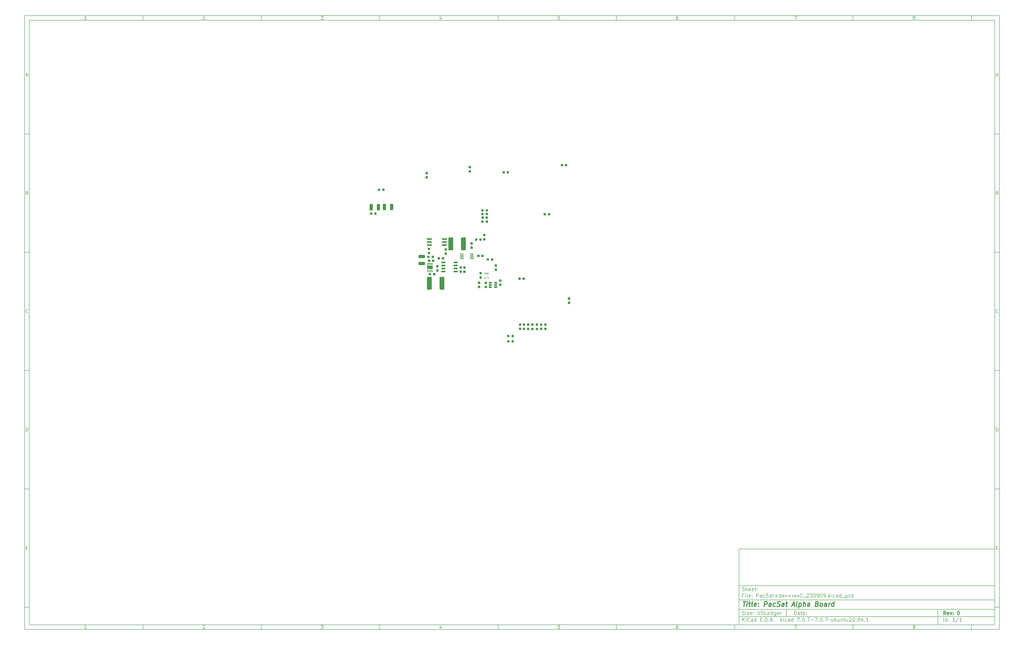
<source format=gbr>
%TF.GenerationSoftware,KiCad,Pcbnew,7.0.7-7.0.7~ubuntu22.04.1*%
%TF.CreationDate,2023-09-14T09:00:47-05:00*%
%TF.ProjectId,PacSat+dev+revC_230909,50616353-6174-42b6-9465-762b72657643,0*%
%TF.SameCoordinates,Original*%
%TF.FileFunction,Paste,Bot*%
%TF.FilePolarity,Positive*%
%FSLAX46Y46*%
G04 Gerber Fmt 4.6, Leading zero omitted, Abs format (unit mm)*
G04 Created by KiCad (PCBNEW 7.0.7-7.0.7~ubuntu22.04.1) date 2023-09-14 09:00:47*
%MOMM*%
%LPD*%
G01*
G04 APERTURE LIST*
G04 Aperture macros list*
%AMRoundRect*
0 Rectangle with rounded corners*
0 $1 Rounding radius*
0 $2 $3 $4 $5 $6 $7 $8 $9 X,Y pos of 4 corners*
0 Add a 4 corners polygon primitive as box body*
4,1,4,$2,$3,$4,$5,$6,$7,$8,$9,$2,$3,0*
0 Add four circle primitives for the rounded corners*
1,1,$1+$1,$2,$3*
1,1,$1+$1,$4,$5*
1,1,$1+$1,$6,$7*
1,1,$1+$1,$8,$9*
0 Add four rect primitives between the rounded corners*
20,1,$1+$1,$2,$3,$4,$5,0*
20,1,$1+$1,$4,$5,$6,$7,0*
20,1,$1+$1,$6,$7,$8,$9,0*
20,1,$1+$1,$8,$9,$2,$3,0*%
G04 Aperture macros list end*
%ADD10C,0.100000*%
%ADD11C,0.150000*%
%ADD12C,0.300000*%
%ADD13C,0.400000*%
%ADD14RoundRect,0.237500X-0.250000X-0.237500X0.250000X-0.237500X0.250000X0.237500X-0.250000X0.237500X0*%
%ADD15RoundRect,0.237500X-0.237500X0.250000X-0.237500X-0.250000X0.237500X-0.250000X0.237500X0.250000X0*%
%ADD16RoundRect,0.150000X-0.512500X-0.150000X0.512500X-0.150000X0.512500X0.150000X-0.512500X0.150000X0*%
%ADD17RoundRect,0.249999X-0.737501X-2.450001X0.737501X-2.450001X0.737501X2.450001X-0.737501X2.450001X0*%
%ADD18RoundRect,0.150000X0.725000X0.150000X-0.725000X0.150000X-0.725000X-0.150000X0.725000X-0.150000X0*%
%ADD19RoundRect,0.237500X-0.300000X-0.237500X0.300000X-0.237500X0.300000X0.237500X-0.300000X0.237500X0*%
%ADD20RoundRect,0.237500X-0.237500X0.300000X-0.237500X-0.300000X0.237500X-0.300000X0.237500X0.300000X0*%
%ADD21RoundRect,0.237500X0.250000X0.237500X-0.250000X0.237500X-0.250000X-0.237500X0.250000X-0.237500X0*%
%ADD22RoundRect,0.237500X0.300000X0.237500X-0.300000X0.237500X-0.300000X-0.237500X0.300000X-0.237500X0*%
%ADD23RoundRect,0.249999X0.737501X2.450001X-0.737501X2.450001X-0.737501X-2.450001X0.737501X-2.450001X0*%
%ADD24RoundRect,0.237500X0.237500X-0.250000X0.237500X0.250000X-0.237500X0.250000X-0.237500X-0.250000X0*%
%ADD25RoundRect,0.237500X0.237500X-0.300000X0.237500X0.300000X-0.237500X0.300000X-0.237500X-0.300000X0*%
%ADD26RoundRect,0.100000X0.712500X0.100000X-0.712500X0.100000X-0.712500X-0.100000X0.712500X-0.100000X0*%
%ADD27RoundRect,0.250001X-1.074999X0.462499X-1.074999X-0.462499X1.074999X-0.462499X1.074999X0.462499X0*%
%ADD28R,0.400000X0.650000*%
%ADD29RoundRect,0.250000X0.400000X1.075000X-0.400000X1.075000X-0.400000X-1.075000X0.400000X-1.075000X0*%
%ADD30R,2.000000X0.640000*%
%ADD31R,2.350000X1.580000*%
%ADD32R,0.300000X0.700000*%
G04 APERTURE END LIST*
D10*
D11*
X311800000Y-235400000D02*
X419800000Y-235400000D01*
X419800000Y-267400000D01*
X311800000Y-267400000D01*
X311800000Y-235400000D01*
D10*
D11*
X10000000Y-10000000D02*
X421800000Y-10000000D01*
X421800000Y-269400000D01*
X10000000Y-269400000D01*
X10000000Y-10000000D01*
D10*
D11*
X12000000Y-12000000D02*
X419800000Y-12000000D01*
X419800000Y-267400000D01*
X12000000Y-267400000D01*
X12000000Y-12000000D01*
D10*
D11*
X60000000Y-12000000D02*
X60000000Y-10000000D01*
D10*
D11*
X110000000Y-12000000D02*
X110000000Y-10000000D01*
D10*
D11*
X160000000Y-12000000D02*
X160000000Y-10000000D01*
D10*
D11*
X210000000Y-12000000D02*
X210000000Y-10000000D01*
D10*
D11*
X260000000Y-12000000D02*
X260000000Y-10000000D01*
D10*
D11*
X310000000Y-12000000D02*
X310000000Y-10000000D01*
D10*
D11*
X360000000Y-12000000D02*
X360000000Y-10000000D01*
D10*
D11*
X410000000Y-12000000D02*
X410000000Y-10000000D01*
D10*
D11*
X36089160Y-11593604D02*
X35346303Y-11593604D01*
X35717731Y-11593604D02*
X35717731Y-10293604D01*
X35717731Y-10293604D02*
X35593922Y-10479319D01*
X35593922Y-10479319D02*
X35470112Y-10603128D01*
X35470112Y-10603128D02*
X35346303Y-10665033D01*
D10*
D11*
X85346303Y-10417414D02*
X85408207Y-10355509D01*
X85408207Y-10355509D02*
X85532017Y-10293604D01*
X85532017Y-10293604D02*
X85841541Y-10293604D01*
X85841541Y-10293604D02*
X85965350Y-10355509D01*
X85965350Y-10355509D02*
X86027255Y-10417414D01*
X86027255Y-10417414D02*
X86089160Y-10541223D01*
X86089160Y-10541223D02*
X86089160Y-10665033D01*
X86089160Y-10665033D02*
X86027255Y-10850747D01*
X86027255Y-10850747D02*
X85284398Y-11593604D01*
X85284398Y-11593604D02*
X86089160Y-11593604D01*
D10*
D11*
X135284398Y-10293604D02*
X136089160Y-10293604D01*
X136089160Y-10293604D02*
X135655826Y-10788842D01*
X135655826Y-10788842D02*
X135841541Y-10788842D01*
X135841541Y-10788842D02*
X135965350Y-10850747D01*
X135965350Y-10850747D02*
X136027255Y-10912652D01*
X136027255Y-10912652D02*
X136089160Y-11036461D01*
X136089160Y-11036461D02*
X136089160Y-11345985D01*
X136089160Y-11345985D02*
X136027255Y-11469795D01*
X136027255Y-11469795D02*
X135965350Y-11531700D01*
X135965350Y-11531700D02*
X135841541Y-11593604D01*
X135841541Y-11593604D02*
X135470112Y-11593604D01*
X135470112Y-11593604D02*
X135346303Y-11531700D01*
X135346303Y-11531700D02*
X135284398Y-11469795D01*
D10*
D11*
X185965350Y-10726938D02*
X185965350Y-11593604D01*
X185655826Y-10231700D02*
X185346303Y-11160271D01*
X185346303Y-11160271D02*
X186151064Y-11160271D01*
D10*
D11*
X236027255Y-10293604D02*
X235408207Y-10293604D01*
X235408207Y-10293604D02*
X235346303Y-10912652D01*
X235346303Y-10912652D02*
X235408207Y-10850747D01*
X235408207Y-10850747D02*
X235532017Y-10788842D01*
X235532017Y-10788842D02*
X235841541Y-10788842D01*
X235841541Y-10788842D02*
X235965350Y-10850747D01*
X235965350Y-10850747D02*
X236027255Y-10912652D01*
X236027255Y-10912652D02*
X236089160Y-11036461D01*
X236089160Y-11036461D02*
X236089160Y-11345985D01*
X236089160Y-11345985D02*
X236027255Y-11469795D01*
X236027255Y-11469795D02*
X235965350Y-11531700D01*
X235965350Y-11531700D02*
X235841541Y-11593604D01*
X235841541Y-11593604D02*
X235532017Y-11593604D01*
X235532017Y-11593604D02*
X235408207Y-11531700D01*
X235408207Y-11531700D02*
X235346303Y-11469795D01*
D10*
D11*
X285965350Y-10293604D02*
X285717731Y-10293604D01*
X285717731Y-10293604D02*
X285593922Y-10355509D01*
X285593922Y-10355509D02*
X285532017Y-10417414D01*
X285532017Y-10417414D02*
X285408207Y-10603128D01*
X285408207Y-10603128D02*
X285346303Y-10850747D01*
X285346303Y-10850747D02*
X285346303Y-11345985D01*
X285346303Y-11345985D02*
X285408207Y-11469795D01*
X285408207Y-11469795D02*
X285470112Y-11531700D01*
X285470112Y-11531700D02*
X285593922Y-11593604D01*
X285593922Y-11593604D02*
X285841541Y-11593604D01*
X285841541Y-11593604D02*
X285965350Y-11531700D01*
X285965350Y-11531700D02*
X286027255Y-11469795D01*
X286027255Y-11469795D02*
X286089160Y-11345985D01*
X286089160Y-11345985D02*
X286089160Y-11036461D01*
X286089160Y-11036461D02*
X286027255Y-10912652D01*
X286027255Y-10912652D02*
X285965350Y-10850747D01*
X285965350Y-10850747D02*
X285841541Y-10788842D01*
X285841541Y-10788842D02*
X285593922Y-10788842D01*
X285593922Y-10788842D02*
X285470112Y-10850747D01*
X285470112Y-10850747D02*
X285408207Y-10912652D01*
X285408207Y-10912652D02*
X285346303Y-11036461D01*
D10*
D11*
X335284398Y-10293604D02*
X336151064Y-10293604D01*
X336151064Y-10293604D02*
X335593922Y-11593604D01*
D10*
D11*
X385593922Y-10850747D02*
X385470112Y-10788842D01*
X385470112Y-10788842D02*
X385408207Y-10726938D01*
X385408207Y-10726938D02*
X385346303Y-10603128D01*
X385346303Y-10603128D02*
X385346303Y-10541223D01*
X385346303Y-10541223D02*
X385408207Y-10417414D01*
X385408207Y-10417414D02*
X385470112Y-10355509D01*
X385470112Y-10355509D02*
X385593922Y-10293604D01*
X385593922Y-10293604D02*
X385841541Y-10293604D01*
X385841541Y-10293604D02*
X385965350Y-10355509D01*
X385965350Y-10355509D02*
X386027255Y-10417414D01*
X386027255Y-10417414D02*
X386089160Y-10541223D01*
X386089160Y-10541223D02*
X386089160Y-10603128D01*
X386089160Y-10603128D02*
X386027255Y-10726938D01*
X386027255Y-10726938D02*
X385965350Y-10788842D01*
X385965350Y-10788842D02*
X385841541Y-10850747D01*
X385841541Y-10850747D02*
X385593922Y-10850747D01*
X385593922Y-10850747D02*
X385470112Y-10912652D01*
X385470112Y-10912652D02*
X385408207Y-10974557D01*
X385408207Y-10974557D02*
X385346303Y-11098366D01*
X385346303Y-11098366D02*
X385346303Y-11345985D01*
X385346303Y-11345985D02*
X385408207Y-11469795D01*
X385408207Y-11469795D02*
X385470112Y-11531700D01*
X385470112Y-11531700D02*
X385593922Y-11593604D01*
X385593922Y-11593604D02*
X385841541Y-11593604D01*
X385841541Y-11593604D02*
X385965350Y-11531700D01*
X385965350Y-11531700D02*
X386027255Y-11469795D01*
X386027255Y-11469795D02*
X386089160Y-11345985D01*
X386089160Y-11345985D02*
X386089160Y-11098366D01*
X386089160Y-11098366D02*
X386027255Y-10974557D01*
X386027255Y-10974557D02*
X385965350Y-10912652D01*
X385965350Y-10912652D02*
X385841541Y-10850747D01*
D10*
D11*
X60000000Y-267400000D02*
X60000000Y-269400000D01*
D10*
D11*
X110000000Y-267400000D02*
X110000000Y-269400000D01*
D10*
D11*
X160000000Y-267400000D02*
X160000000Y-269400000D01*
D10*
D11*
X210000000Y-267400000D02*
X210000000Y-269400000D01*
D10*
D11*
X260000000Y-267400000D02*
X260000000Y-269400000D01*
D10*
D11*
X310000000Y-267400000D02*
X310000000Y-269400000D01*
D10*
D11*
X360000000Y-267400000D02*
X360000000Y-269400000D01*
D10*
D11*
X410000000Y-267400000D02*
X410000000Y-269400000D01*
D10*
D11*
X36089160Y-268993604D02*
X35346303Y-268993604D01*
X35717731Y-268993604D02*
X35717731Y-267693604D01*
X35717731Y-267693604D02*
X35593922Y-267879319D01*
X35593922Y-267879319D02*
X35470112Y-268003128D01*
X35470112Y-268003128D02*
X35346303Y-268065033D01*
D10*
D11*
X85346303Y-267817414D02*
X85408207Y-267755509D01*
X85408207Y-267755509D02*
X85532017Y-267693604D01*
X85532017Y-267693604D02*
X85841541Y-267693604D01*
X85841541Y-267693604D02*
X85965350Y-267755509D01*
X85965350Y-267755509D02*
X86027255Y-267817414D01*
X86027255Y-267817414D02*
X86089160Y-267941223D01*
X86089160Y-267941223D02*
X86089160Y-268065033D01*
X86089160Y-268065033D02*
X86027255Y-268250747D01*
X86027255Y-268250747D02*
X85284398Y-268993604D01*
X85284398Y-268993604D02*
X86089160Y-268993604D01*
D10*
D11*
X135284398Y-267693604D02*
X136089160Y-267693604D01*
X136089160Y-267693604D02*
X135655826Y-268188842D01*
X135655826Y-268188842D02*
X135841541Y-268188842D01*
X135841541Y-268188842D02*
X135965350Y-268250747D01*
X135965350Y-268250747D02*
X136027255Y-268312652D01*
X136027255Y-268312652D02*
X136089160Y-268436461D01*
X136089160Y-268436461D02*
X136089160Y-268745985D01*
X136089160Y-268745985D02*
X136027255Y-268869795D01*
X136027255Y-268869795D02*
X135965350Y-268931700D01*
X135965350Y-268931700D02*
X135841541Y-268993604D01*
X135841541Y-268993604D02*
X135470112Y-268993604D01*
X135470112Y-268993604D02*
X135346303Y-268931700D01*
X135346303Y-268931700D02*
X135284398Y-268869795D01*
D10*
D11*
X185965350Y-268126938D02*
X185965350Y-268993604D01*
X185655826Y-267631700D02*
X185346303Y-268560271D01*
X185346303Y-268560271D02*
X186151064Y-268560271D01*
D10*
D11*
X236027255Y-267693604D02*
X235408207Y-267693604D01*
X235408207Y-267693604D02*
X235346303Y-268312652D01*
X235346303Y-268312652D02*
X235408207Y-268250747D01*
X235408207Y-268250747D02*
X235532017Y-268188842D01*
X235532017Y-268188842D02*
X235841541Y-268188842D01*
X235841541Y-268188842D02*
X235965350Y-268250747D01*
X235965350Y-268250747D02*
X236027255Y-268312652D01*
X236027255Y-268312652D02*
X236089160Y-268436461D01*
X236089160Y-268436461D02*
X236089160Y-268745985D01*
X236089160Y-268745985D02*
X236027255Y-268869795D01*
X236027255Y-268869795D02*
X235965350Y-268931700D01*
X235965350Y-268931700D02*
X235841541Y-268993604D01*
X235841541Y-268993604D02*
X235532017Y-268993604D01*
X235532017Y-268993604D02*
X235408207Y-268931700D01*
X235408207Y-268931700D02*
X235346303Y-268869795D01*
D10*
D11*
X285965350Y-267693604D02*
X285717731Y-267693604D01*
X285717731Y-267693604D02*
X285593922Y-267755509D01*
X285593922Y-267755509D02*
X285532017Y-267817414D01*
X285532017Y-267817414D02*
X285408207Y-268003128D01*
X285408207Y-268003128D02*
X285346303Y-268250747D01*
X285346303Y-268250747D02*
X285346303Y-268745985D01*
X285346303Y-268745985D02*
X285408207Y-268869795D01*
X285408207Y-268869795D02*
X285470112Y-268931700D01*
X285470112Y-268931700D02*
X285593922Y-268993604D01*
X285593922Y-268993604D02*
X285841541Y-268993604D01*
X285841541Y-268993604D02*
X285965350Y-268931700D01*
X285965350Y-268931700D02*
X286027255Y-268869795D01*
X286027255Y-268869795D02*
X286089160Y-268745985D01*
X286089160Y-268745985D02*
X286089160Y-268436461D01*
X286089160Y-268436461D02*
X286027255Y-268312652D01*
X286027255Y-268312652D02*
X285965350Y-268250747D01*
X285965350Y-268250747D02*
X285841541Y-268188842D01*
X285841541Y-268188842D02*
X285593922Y-268188842D01*
X285593922Y-268188842D02*
X285470112Y-268250747D01*
X285470112Y-268250747D02*
X285408207Y-268312652D01*
X285408207Y-268312652D02*
X285346303Y-268436461D01*
D10*
D11*
X335284398Y-267693604D02*
X336151064Y-267693604D01*
X336151064Y-267693604D02*
X335593922Y-268993604D01*
D10*
D11*
X385593922Y-268250747D02*
X385470112Y-268188842D01*
X385470112Y-268188842D02*
X385408207Y-268126938D01*
X385408207Y-268126938D02*
X385346303Y-268003128D01*
X385346303Y-268003128D02*
X385346303Y-267941223D01*
X385346303Y-267941223D02*
X385408207Y-267817414D01*
X385408207Y-267817414D02*
X385470112Y-267755509D01*
X385470112Y-267755509D02*
X385593922Y-267693604D01*
X385593922Y-267693604D02*
X385841541Y-267693604D01*
X385841541Y-267693604D02*
X385965350Y-267755509D01*
X385965350Y-267755509D02*
X386027255Y-267817414D01*
X386027255Y-267817414D02*
X386089160Y-267941223D01*
X386089160Y-267941223D02*
X386089160Y-268003128D01*
X386089160Y-268003128D02*
X386027255Y-268126938D01*
X386027255Y-268126938D02*
X385965350Y-268188842D01*
X385965350Y-268188842D02*
X385841541Y-268250747D01*
X385841541Y-268250747D02*
X385593922Y-268250747D01*
X385593922Y-268250747D02*
X385470112Y-268312652D01*
X385470112Y-268312652D02*
X385408207Y-268374557D01*
X385408207Y-268374557D02*
X385346303Y-268498366D01*
X385346303Y-268498366D02*
X385346303Y-268745985D01*
X385346303Y-268745985D02*
X385408207Y-268869795D01*
X385408207Y-268869795D02*
X385470112Y-268931700D01*
X385470112Y-268931700D02*
X385593922Y-268993604D01*
X385593922Y-268993604D02*
X385841541Y-268993604D01*
X385841541Y-268993604D02*
X385965350Y-268931700D01*
X385965350Y-268931700D02*
X386027255Y-268869795D01*
X386027255Y-268869795D02*
X386089160Y-268745985D01*
X386089160Y-268745985D02*
X386089160Y-268498366D01*
X386089160Y-268498366D02*
X386027255Y-268374557D01*
X386027255Y-268374557D02*
X385965350Y-268312652D01*
X385965350Y-268312652D02*
X385841541Y-268250747D01*
D10*
D11*
X10000000Y-60000000D02*
X12000000Y-60000000D01*
D10*
D11*
X10000000Y-110000000D02*
X12000000Y-110000000D01*
D10*
D11*
X10000000Y-160000000D02*
X12000000Y-160000000D01*
D10*
D11*
X10000000Y-210000000D02*
X12000000Y-210000000D01*
D10*
D11*
X10000000Y-260000000D02*
X12000000Y-260000000D01*
D10*
D11*
X10690476Y-35222176D02*
X11309523Y-35222176D01*
X10566666Y-35593604D02*
X10999999Y-34293604D01*
X10999999Y-34293604D02*
X11433333Y-35593604D01*
D10*
D11*
X11092857Y-84912652D02*
X11278571Y-84974557D01*
X11278571Y-84974557D02*
X11340476Y-85036461D01*
X11340476Y-85036461D02*
X11402380Y-85160271D01*
X11402380Y-85160271D02*
X11402380Y-85345985D01*
X11402380Y-85345985D02*
X11340476Y-85469795D01*
X11340476Y-85469795D02*
X11278571Y-85531700D01*
X11278571Y-85531700D02*
X11154761Y-85593604D01*
X11154761Y-85593604D02*
X10659523Y-85593604D01*
X10659523Y-85593604D02*
X10659523Y-84293604D01*
X10659523Y-84293604D02*
X11092857Y-84293604D01*
X11092857Y-84293604D02*
X11216666Y-84355509D01*
X11216666Y-84355509D02*
X11278571Y-84417414D01*
X11278571Y-84417414D02*
X11340476Y-84541223D01*
X11340476Y-84541223D02*
X11340476Y-84665033D01*
X11340476Y-84665033D02*
X11278571Y-84788842D01*
X11278571Y-84788842D02*
X11216666Y-84850747D01*
X11216666Y-84850747D02*
X11092857Y-84912652D01*
X11092857Y-84912652D02*
X10659523Y-84912652D01*
D10*
D11*
X11402380Y-135469795D02*
X11340476Y-135531700D01*
X11340476Y-135531700D02*
X11154761Y-135593604D01*
X11154761Y-135593604D02*
X11030952Y-135593604D01*
X11030952Y-135593604D02*
X10845238Y-135531700D01*
X10845238Y-135531700D02*
X10721428Y-135407890D01*
X10721428Y-135407890D02*
X10659523Y-135284080D01*
X10659523Y-135284080D02*
X10597619Y-135036461D01*
X10597619Y-135036461D02*
X10597619Y-134850747D01*
X10597619Y-134850747D02*
X10659523Y-134603128D01*
X10659523Y-134603128D02*
X10721428Y-134479319D01*
X10721428Y-134479319D02*
X10845238Y-134355509D01*
X10845238Y-134355509D02*
X11030952Y-134293604D01*
X11030952Y-134293604D02*
X11154761Y-134293604D01*
X11154761Y-134293604D02*
X11340476Y-134355509D01*
X11340476Y-134355509D02*
X11402380Y-134417414D01*
D10*
D11*
X10659523Y-185593604D02*
X10659523Y-184293604D01*
X10659523Y-184293604D02*
X10969047Y-184293604D01*
X10969047Y-184293604D02*
X11154761Y-184355509D01*
X11154761Y-184355509D02*
X11278571Y-184479319D01*
X11278571Y-184479319D02*
X11340476Y-184603128D01*
X11340476Y-184603128D02*
X11402380Y-184850747D01*
X11402380Y-184850747D02*
X11402380Y-185036461D01*
X11402380Y-185036461D02*
X11340476Y-185284080D01*
X11340476Y-185284080D02*
X11278571Y-185407890D01*
X11278571Y-185407890D02*
X11154761Y-185531700D01*
X11154761Y-185531700D02*
X10969047Y-185593604D01*
X10969047Y-185593604D02*
X10659523Y-185593604D01*
D10*
D11*
X10721428Y-234912652D02*
X11154762Y-234912652D01*
X11340476Y-235593604D02*
X10721428Y-235593604D01*
X10721428Y-235593604D02*
X10721428Y-234293604D01*
X10721428Y-234293604D02*
X11340476Y-234293604D01*
D10*
D11*
X421800000Y-60000000D02*
X419800000Y-60000000D01*
D10*
D11*
X421800000Y-110000000D02*
X419800000Y-110000000D01*
D10*
D11*
X421800000Y-160000000D02*
X419800000Y-160000000D01*
D10*
D11*
X421800000Y-210000000D02*
X419800000Y-210000000D01*
D10*
D11*
X421800000Y-260000000D02*
X419800000Y-260000000D01*
D10*
D11*
X420490476Y-35222176D02*
X421109523Y-35222176D01*
X420366666Y-35593604D02*
X420799999Y-34293604D01*
X420799999Y-34293604D02*
X421233333Y-35593604D01*
D10*
D11*
X420892857Y-84912652D02*
X421078571Y-84974557D01*
X421078571Y-84974557D02*
X421140476Y-85036461D01*
X421140476Y-85036461D02*
X421202380Y-85160271D01*
X421202380Y-85160271D02*
X421202380Y-85345985D01*
X421202380Y-85345985D02*
X421140476Y-85469795D01*
X421140476Y-85469795D02*
X421078571Y-85531700D01*
X421078571Y-85531700D02*
X420954761Y-85593604D01*
X420954761Y-85593604D02*
X420459523Y-85593604D01*
X420459523Y-85593604D02*
X420459523Y-84293604D01*
X420459523Y-84293604D02*
X420892857Y-84293604D01*
X420892857Y-84293604D02*
X421016666Y-84355509D01*
X421016666Y-84355509D02*
X421078571Y-84417414D01*
X421078571Y-84417414D02*
X421140476Y-84541223D01*
X421140476Y-84541223D02*
X421140476Y-84665033D01*
X421140476Y-84665033D02*
X421078571Y-84788842D01*
X421078571Y-84788842D02*
X421016666Y-84850747D01*
X421016666Y-84850747D02*
X420892857Y-84912652D01*
X420892857Y-84912652D02*
X420459523Y-84912652D01*
D10*
D11*
X421202380Y-135469795D02*
X421140476Y-135531700D01*
X421140476Y-135531700D02*
X420954761Y-135593604D01*
X420954761Y-135593604D02*
X420830952Y-135593604D01*
X420830952Y-135593604D02*
X420645238Y-135531700D01*
X420645238Y-135531700D02*
X420521428Y-135407890D01*
X420521428Y-135407890D02*
X420459523Y-135284080D01*
X420459523Y-135284080D02*
X420397619Y-135036461D01*
X420397619Y-135036461D02*
X420397619Y-134850747D01*
X420397619Y-134850747D02*
X420459523Y-134603128D01*
X420459523Y-134603128D02*
X420521428Y-134479319D01*
X420521428Y-134479319D02*
X420645238Y-134355509D01*
X420645238Y-134355509D02*
X420830952Y-134293604D01*
X420830952Y-134293604D02*
X420954761Y-134293604D01*
X420954761Y-134293604D02*
X421140476Y-134355509D01*
X421140476Y-134355509D02*
X421202380Y-134417414D01*
D10*
D11*
X420459523Y-185593604D02*
X420459523Y-184293604D01*
X420459523Y-184293604D02*
X420769047Y-184293604D01*
X420769047Y-184293604D02*
X420954761Y-184355509D01*
X420954761Y-184355509D02*
X421078571Y-184479319D01*
X421078571Y-184479319D02*
X421140476Y-184603128D01*
X421140476Y-184603128D02*
X421202380Y-184850747D01*
X421202380Y-184850747D02*
X421202380Y-185036461D01*
X421202380Y-185036461D02*
X421140476Y-185284080D01*
X421140476Y-185284080D02*
X421078571Y-185407890D01*
X421078571Y-185407890D02*
X420954761Y-185531700D01*
X420954761Y-185531700D02*
X420769047Y-185593604D01*
X420769047Y-185593604D02*
X420459523Y-185593604D01*
D10*
D11*
X420521428Y-234912652D02*
X420954762Y-234912652D01*
X421140476Y-235593604D02*
X420521428Y-235593604D01*
X420521428Y-235593604D02*
X420521428Y-234293604D01*
X420521428Y-234293604D02*
X421140476Y-234293604D01*
D10*
D11*
X335255826Y-263186128D02*
X335255826Y-261686128D01*
X335255826Y-261686128D02*
X335612969Y-261686128D01*
X335612969Y-261686128D02*
X335827255Y-261757557D01*
X335827255Y-261757557D02*
X335970112Y-261900414D01*
X335970112Y-261900414D02*
X336041541Y-262043271D01*
X336041541Y-262043271D02*
X336112969Y-262328985D01*
X336112969Y-262328985D02*
X336112969Y-262543271D01*
X336112969Y-262543271D02*
X336041541Y-262828985D01*
X336041541Y-262828985D02*
X335970112Y-262971842D01*
X335970112Y-262971842D02*
X335827255Y-263114700D01*
X335827255Y-263114700D02*
X335612969Y-263186128D01*
X335612969Y-263186128D02*
X335255826Y-263186128D01*
X337398684Y-263186128D02*
X337398684Y-262400414D01*
X337398684Y-262400414D02*
X337327255Y-262257557D01*
X337327255Y-262257557D02*
X337184398Y-262186128D01*
X337184398Y-262186128D02*
X336898684Y-262186128D01*
X336898684Y-262186128D02*
X336755826Y-262257557D01*
X337398684Y-263114700D02*
X337255826Y-263186128D01*
X337255826Y-263186128D02*
X336898684Y-263186128D01*
X336898684Y-263186128D02*
X336755826Y-263114700D01*
X336755826Y-263114700D02*
X336684398Y-262971842D01*
X336684398Y-262971842D02*
X336684398Y-262828985D01*
X336684398Y-262828985D02*
X336755826Y-262686128D01*
X336755826Y-262686128D02*
X336898684Y-262614700D01*
X336898684Y-262614700D02*
X337255826Y-262614700D01*
X337255826Y-262614700D02*
X337398684Y-262543271D01*
X337898684Y-262186128D02*
X338470112Y-262186128D01*
X338112969Y-261686128D02*
X338112969Y-262971842D01*
X338112969Y-262971842D02*
X338184398Y-263114700D01*
X338184398Y-263114700D02*
X338327255Y-263186128D01*
X338327255Y-263186128D02*
X338470112Y-263186128D01*
X339541541Y-263114700D02*
X339398684Y-263186128D01*
X339398684Y-263186128D02*
X339112970Y-263186128D01*
X339112970Y-263186128D02*
X338970112Y-263114700D01*
X338970112Y-263114700D02*
X338898684Y-262971842D01*
X338898684Y-262971842D02*
X338898684Y-262400414D01*
X338898684Y-262400414D02*
X338970112Y-262257557D01*
X338970112Y-262257557D02*
X339112970Y-262186128D01*
X339112970Y-262186128D02*
X339398684Y-262186128D01*
X339398684Y-262186128D02*
X339541541Y-262257557D01*
X339541541Y-262257557D02*
X339612970Y-262400414D01*
X339612970Y-262400414D02*
X339612970Y-262543271D01*
X339612970Y-262543271D02*
X338898684Y-262686128D01*
X340255826Y-263043271D02*
X340327255Y-263114700D01*
X340327255Y-263114700D02*
X340255826Y-263186128D01*
X340255826Y-263186128D02*
X340184398Y-263114700D01*
X340184398Y-263114700D02*
X340255826Y-263043271D01*
X340255826Y-263043271D02*
X340255826Y-263186128D01*
X340255826Y-262257557D02*
X340327255Y-262328985D01*
X340327255Y-262328985D02*
X340255826Y-262400414D01*
X340255826Y-262400414D02*
X340184398Y-262328985D01*
X340184398Y-262328985D02*
X340255826Y-262257557D01*
X340255826Y-262257557D02*
X340255826Y-262400414D01*
D10*
D11*
X311800000Y-263900000D02*
X419800000Y-263900000D01*
D10*
D11*
X313255826Y-265986128D02*
X313255826Y-264486128D01*
X314112969Y-265986128D02*
X313470112Y-265128985D01*
X314112969Y-264486128D02*
X313255826Y-265343271D01*
X314755826Y-265986128D02*
X314755826Y-264986128D01*
X314755826Y-264486128D02*
X314684398Y-264557557D01*
X314684398Y-264557557D02*
X314755826Y-264628985D01*
X314755826Y-264628985D02*
X314827255Y-264557557D01*
X314827255Y-264557557D02*
X314755826Y-264486128D01*
X314755826Y-264486128D02*
X314755826Y-264628985D01*
X316327255Y-265843271D02*
X316255827Y-265914700D01*
X316255827Y-265914700D02*
X316041541Y-265986128D01*
X316041541Y-265986128D02*
X315898684Y-265986128D01*
X315898684Y-265986128D02*
X315684398Y-265914700D01*
X315684398Y-265914700D02*
X315541541Y-265771842D01*
X315541541Y-265771842D02*
X315470112Y-265628985D01*
X315470112Y-265628985D02*
X315398684Y-265343271D01*
X315398684Y-265343271D02*
X315398684Y-265128985D01*
X315398684Y-265128985D02*
X315470112Y-264843271D01*
X315470112Y-264843271D02*
X315541541Y-264700414D01*
X315541541Y-264700414D02*
X315684398Y-264557557D01*
X315684398Y-264557557D02*
X315898684Y-264486128D01*
X315898684Y-264486128D02*
X316041541Y-264486128D01*
X316041541Y-264486128D02*
X316255827Y-264557557D01*
X316255827Y-264557557D02*
X316327255Y-264628985D01*
X317612970Y-265986128D02*
X317612970Y-265200414D01*
X317612970Y-265200414D02*
X317541541Y-265057557D01*
X317541541Y-265057557D02*
X317398684Y-264986128D01*
X317398684Y-264986128D02*
X317112970Y-264986128D01*
X317112970Y-264986128D02*
X316970112Y-265057557D01*
X317612970Y-265914700D02*
X317470112Y-265986128D01*
X317470112Y-265986128D02*
X317112970Y-265986128D01*
X317112970Y-265986128D02*
X316970112Y-265914700D01*
X316970112Y-265914700D02*
X316898684Y-265771842D01*
X316898684Y-265771842D02*
X316898684Y-265628985D01*
X316898684Y-265628985D02*
X316970112Y-265486128D01*
X316970112Y-265486128D02*
X317112970Y-265414700D01*
X317112970Y-265414700D02*
X317470112Y-265414700D01*
X317470112Y-265414700D02*
X317612970Y-265343271D01*
X318970113Y-265986128D02*
X318970113Y-264486128D01*
X318970113Y-265914700D02*
X318827255Y-265986128D01*
X318827255Y-265986128D02*
X318541541Y-265986128D01*
X318541541Y-265986128D02*
X318398684Y-265914700D01*
X318398684Y-265914700D02*
X318327255Y-265843271D01*
X318327255Y-265843271D02*
X318255827Y-265700414D01*
X318255827Y-265700414D02*
X318255827Y-265271842D01*
X318255827Y-265271842D02*
X318327255Y-265128985D01*
X318327255Y-265128985D02*
X318398684Y-265057557D01*
X318398684Y-265057557D02*
X318541541Y-264986128D01*
X318541541Y-264986128D02*
X318827255Y-264986128D01*
X318827255Y-264986128D02*
X318970113Y-265057557D01*
X320827255Y-265200414D02*
X321327255Y-265200414D01*
X321541541Y-265986128D02*
X320827255Y-265986128D01*
X320827255Y-265986128D02*
X320827255Y-264486128D01*
X320827255Y-264486128D02*
X321541541Y-264486128D01*
X322184398Y-265843271D02*
X322255827Y-265914700D01*
X322255827Y-265914700D02*
X322184398Y-265986128D01*
X322184398Y-265986128D02*
X322112970Y-265914700D01*
X322112970Y-265914700D02*
X322184398Y-265843271D01*
X322184398Y-265843271D02*
X322184398Y-265986128D01*
X322898684Y-265986128D02*
X322898684Y-264486128D01*
X322898684Y-264486128D02*
X323255827Y-264486128D01*
X323255827Y-264486128D02*
X323470113Y-264557557D01*
X323470113Y-264557557D02*
X323612970Y-264700414D01*
X323612970Y-264700414D02*
X323684399Y-264843271D01*
X323684399Y-264843271D02*
X323755827Y-265128985D01*
X323755827Y-265128985D02*
X323755827Y-265343271D01*
X323755827Y-265343271D02*
X323684399Y-265628985D01*
X323684399Y-265628985D02*
X323612970Y-265771842D01*
X323612970Y-265771842D02*
X323470113Y-265914700D01*
X323470113Y-265914700D02*
X323255827Y-265986128D01*
X323255827Y-265986128D02*
X322898684Y-265986128D01*
X324398684Y-265843271D02*
X324470113Y-265914700D01*
X324470113Y-265914700D02*
X324398684Y-265986128D01*
X324398684Y-265986128D02*
X324327256Y-265914700D01*
X324327256Y-265914700D02*
X324398684Y-265843271D01*
X324398684Y-265843271D02*
X324398684Y-265986128D01*
X325041542Y-265557557D02*
X325755828Y-265557557D01*
X324898685Y-265986128D02*
X325398685Y-264486128D01*
X325398685Y-264486128D02*
X325898685Y-265986128D01*
X326398684Y-265843271D02*
X326470113Y-265914700D01*
X326470113Y-265914700D02*
X326398684Y-265986128D01*
X326398684Y-265986128D02*
X326327256Y-265914700D01*
X326327256Y-265914700D02*
X326398684Y-265843271D01*
X326398684Y-265843271D02*
X326398684Y-265986128D01*
X329398684Y-265986128D02*
X329398684Y-264486128D01*
X329541542Y-265414700D02*
X329970113Y-265986128D01*
X329970113Y-264986128D02*
X329398684Y-265557557D01*
X330612970Y-265986128D02*
X330612970Y-264986128D01*
X330612970Y-264486128D02*
X330541542Y-264557557D01*
X330541542Y-264557557D02*
X330612970Y-264628985D01*
X330612970Y-264628985D02*
X330684399Y-264557557D01*
X330684399Y-264557557D02*
X330612970Y-264486128D01*
X330612970Y-264486128D02*
X330612970Y-264628985D01*
X331970114Y-265914700D02*
X331827256Y-265986128D01*
X331827256Y-265986128D02*
X331541542Y-265986128D01*
X331541542Y-265986128D02*
X331398685Y-265914700D01*
X331398685Y-265914700D02*
X331327256Y-265843271D01*
X331327256Y-265843271D02*
X331255828Y-265700414D01*
X331255828Y-265700414D02*
X331255828Y-265271842D01*
X331255828Y-265271842D02*
X331327256Y-265128985D01*
X331327256Y-265128985D02*
X331398685Y-265057557D01*
X331398685Y-265057557D02*
X331541542Y-264986128D01*
X331541542Y-264986128D02*
X331827256Y-264986128D01*
X331827256Y-264986128D02*
X331970114Y-265057557D01*
X333255828Y-265986128D02*
X333255828Y-265200414D01*
X333255828Y-265200414D02*
X333184399Y-265057557D01*
X333184399Y-265057557D02*
X333041542Y-264986128D01*
X333041542Y-264986128D02*
X332755828Y-264986128D01*
X332755828Y-264986128D02*
X332612970Y-265057557D01*
X333255828Y-265914700D02*
X333112970Y-265986128D01*
X333112970Y-265986128D02*
X332755828Y-265986128D01*
X332755828Y-265986128D02*
X332612970Y-265914700D01*
X332612970Y-265914700D02*
X332541542Y-265771842D01*
X332541542Y-265771842D02*
X332541542Y-265628985D01*
X332541542Y-265628985D02*
X332612970Y-265486128D01*
X332612970Y-265486128D02*
X332755828Y-265414700D01*
X332755828Y-265414700D02*
X333112970Y-265414700D01*
X333112970Y-265414700D02*
X333255828Y-265343271D01*
X334612971Y-265986128D02*
X334612971Y-264486128D01*
X334612971Y-265914700D02*
X334470113Y-265986128D01*
X334470113Y-265986128D02*
X334184399Y-265986128D01*
X334184399Y-265986128D02*
X334041542Y-265914700D01*
X334041542Y-265914700D02*
X333970113Y-265843271D01*
X333970113Y-265843271D02*
X333898685Y-265700414D01*
X333898685Y-265700414D02*
X333898685Y-265271842D01*
X333898685Y-265271842D02*
X333970113Y-265128985D01*
X333970113Y-265128985D02*
X334041542Y-265057557D01*
X334041542Y-265057557D02*
X334184399Y-264986128D01*
X334184399Y-264986128D02*
X334470113Y-264986128D01*
X334470113Y-264986128D02*
X334612971Y-265057557D01*
X336327256Y-264486128D02*
X337327256Y-264486128D01*
X337327256Y-264486128D02*
X336684399Y-265986128D01*
X337898684Y-265843271D02*
X337970113Y-265914700D01*
X337970113Y-265914700D02*
X337898684Y-265986128D01*
X337898684Y-265986128D02*
X337827256Y-265914700D01*
X337827256Y-265914700D02*
X337898684Y-265843271D01*
X337898684Y-265843271D02*
X337898684Y-265986128D01*
X338898685Y-264486128D02*
X339041542Y-264486128D01*
X339041542Y-264486128D02*
X339184399Y-264557557D01*
X339184399Y-264557557D02*
X339255828Y-264628985D01*
X339255828Y-264628985D02*
X339327256Y-264771842D01*
X339327256Y-264771842D02*
X339398685Y-265057557D01*
X339398685Y-265057557D02*
X339398685Y-265414700D01*
X339398685Y-265414700D02*
X339327256Y-265700414D01*
X339327256Y-265700414D02*
X339255828Y-265843271D01*
X339255828Y-265843271D02*
X339184399Y-265914700D01*
X339184399Y-265914700D02*
X339041542Y-265986128D01*
X339041542Y-265986128D02*
X338898685Y-265986128D01*
X338898685Y-265986128D02*
X338755828Y-265914700D01*
X338755828Y-265914700D02*
X338684399Y-265843271D01*
X338684399Y-265843271D02*
X338612970Y-265700414D01*
X338612970Y-265700414D02*
X338541542Y-265414700D01*
X338541542Y-265414700D02*
X338541542Y-265057557D01*
X338541542Y-265057557D02*
X338612970Y-264771842D01*
X338612970Y-264771842D02*
X338684399Y-264628985D01*
X338684399Y-264628985D02*
X338755828Y-264557557D01*
X338755828Y-264557557D02*
X338898685Y-264486128D01*
X340041541Y-265843271D02*
X340112970Y-265914700D01*
X340112970Y-265914700D02*
X340041541Y-265986128D01*
X340041541Y-265986128D02*
X339970113Y-265914700D01*
X339970113Y-265914700D02*
X340041541Y-265843271D01*
X340041541Y-265843271D02*
X340041541Y-265986128D01*
X340612970Y-264486128D02*
X341612970Y-264486128D01*
X341612970Y-264486128D02*
X340970113Y-265986128D01*
X342184398Y-265414700D02*
X343327256Y-265414700D01*
X343898684Y-264486128D02*
X344898684Y-264486128D01*
X344898684Y-264486128D02*
X344255827Y-265986128D01*
X345470112Y-265843271D02*
X345541541Y-265914700D01*
X345541541Y-265914700D02*
X345470112Y-265986128D01*
X345470112Y-265986128D02*
X345398684Y-265914700D01*
X345398684Y-265914700D02*
X345470112Y-265843271D01*
X345470112Y-265843271D02*
X345470112Y-265986128D01*
X346470113Y-264486128D02*
X346612970Y-264486128D01*
X346612970Y-264486128D02*
X346755827Y-264557557D01*
X346755827Y-264557557D02*
X346827256Y-264628985D01*
X346827256Y-264628985D02*
X346898684Y-264771842D01*
X346898684Y-264771842D02*
X346970113Y-265057557D01*
X346970113Y-265057557D02*
X346970113Y-265414700D01*
X346970113Y-265414700D02*
X346898684Y-265700414D01*
X346898684Y-265700414D02*
X346827256Y-265843271D01*
X346827256Y-265843271D02*
X346755827Y-265914700D01*
X346755827Y-265914700D02*
X346612970Y-265986128D01*
X346612970Y-265986128D02*
X346470113Y-265986128D01*
X346470113Y-265986128D02*
X346327256Y-265914700D01*
X346327256Y-265914700D02*
X346255827Y-265843271D01*
X346255827Y-265843271D02*
X346184398Y-265700414D01*
X346184398Y-265700414D02*
X346112970Y-265414700D01*
X346112970Y-265414700D02*
X346112970Y-265057557D01*
X346112970Y-265057557D02*
X346184398Y-264771842D01*
X346184398Y-264771842D02*
X346255827Y-264628985D01*
X346255827Y-264628985D02*
X346327256Y-264557557D01*
X346327256Y-264557557D02*
X346470113Y-264486128D01*
X347612969Y-265843271D02*
X347684398Y-265914700D01*
X347684398Y-265914700D02*
X347612969Y-265986128D01*
X347612969Y-265986128D02*
X347541541Y-265914700D01*
X347541541Y-265914700D02*
X347612969Y-265843271D01*
X347612969Y-265843271D02*
X347612969Y-265986128D01*
X348184398Y-264486128D02*
X349184398Y-264486128D01*
X349184398Y-264486128D02*
X348541541Y-265986128D01*
X349541541Y-265414700D02*
X349612969Y-265343271D01*
X349612969Y-265343271D02*
X349755826Y-265271842D01*
X349755826Y-265271842D02*
X350041541Y-265414700D01*
X350041541Y-265414700D02*
X350184398Y-265343271D01*
X350184398Y-265343271D02*
X350255826Y-265271842D01*
X351470113Y-264986128D02*
X351470113Y-265986128D01*
X350827255Y-264986128D02*
X350827255Y-265771842D01*
X350827255Y-265771842D02*
X350898684Y-265914700D01*
X350898684Y-265914700D02*
X351041541Y-265986128D01*
X351041541Y-265986128D02*
X351255827Y-265986128D01*
X351255827Y-265986128D02*
X351398684Y-265914700D01*
X351398684Y-265914700D02*
X351470113Y-265843271D01*
X352184398Y-265986128D02*
X352184398Y-264486128D01*
X352184398Y-265057557D02*
X352327256Y-264986128D01*
X352327256Y-264986128D02*
X352612970Y-264986128D01*
X352612970Y-264986128D02*
X352755827Y-265057557D01*
X352755827Y-265057557D02*
X352827256Y-265128985D01*
X352827256Y-265128985D02*
X352898684Y-265271842D01*
X352898684Y-265271842D02*
X352898684Y-265700414D01*
X352898684Y-265700414D02*
X352827256Y-265843271D01*
X352827256Y-265843271D02*
X352755827Y-265914700D01*
X352755827Y-265914700D02*
X352612970Y-265986128D01*
X352612970Y-265986128D02*
X352327256Y-265986128D01*
X352327256Y-265986128D02*
X352184398Y-265914700D01*
X354184399Y-264986128D02*
X354184399Y-265986128D01*
X353541541Y-264986128D02*
X353541541Y-265771842D01*
X353541541Y-265771842D02*
X353612970Y-265914700D01*
X353612970Y-265914700D02*
X353755827Y-265986128D01*
X353755827Y-265986128D02*
X353970113Y-265986128D01*
X353970113Y-265986128D02*
X354112970Y-265914700D01*
X354112970Y-265914700D02*
X354184399Y-265843271D01*
X354898684Y-264986128D02*
X354898684Y-265986128D01*
X354898684Y-265128985D02*
X354970113Y-265057557D01*
X354970113Y-265057557D02*
X355112970Y-264986128D01*
X355112970Y-264986128D02*
X355327256Y-264986128D01*
X355327256Y-264986128D02*
X355470113Y-265057557D01*
X355470113Y-265057557D02*
X355541542Y-265200414D01*
X355541542Y-265200414D02*
X355541542Y-265986128D01*
X356041542Y-264986128D02*
X356612970Y-264986128D01*
X356255827Y-264486128D02*
X356255827Y-265771842D01*
X356255827Y-265771842D02*
X356327256Y-265914700D01*
X356327256Y-265914700D02*
X356470113Y-265986128D01*
X356470113Y-265986128D02*
X356612970Y-265986128D01*
X357755828Y-264986128D02*
X357755828Y-265986128D01*
X357112970Y-264986128D02*
X357112970Y-265771842D01*
X357112970Y-265771842D02*
X357184399Y-265914700D01*
X357184399Y-265914700D02*
X357327256Y-265986128D01*
X357327256Y-265986128D02*
X357541542Y-265986128D01*
X357541542Y-265986128D02*
X357684399Y-265914700D01*
X357684399Y-265914700D02*
X357755828Y-265843271D01*
X358398685Y-264628985D02*
X358470113Y-264557557D01*
X358470113Y-264557557D02*
X358612971Y-264486128D01*
X358612971Y-264486128D02*
X358970113Y-264486128D01*
X358970113Y-264486128D02*
X359112971Y-264557557D01*
X359112971Y-264557557D02*
X359184399Y-264628985D01*
X359184399Y-264628985D02*
X359255828Y-264771842D01*
X359255828Y-264771842D02*
X359255828Y-264914700D01*
X359255828Y-264914700D02*
X359184399Y-265128985D01*
X359184399Y-265128985D02*
X358327256Y-265986128D01*
X358327256Y-265986128D02*
X359255828Y-265986128D01*
X359827256Y-264628985D02*
X359898684Y-264557557D01*
X359898684Y-264557557D02*
X360041542Y-264486128D01*
X360041542Y-264486128D02*
X360398684Y-264486128D01*
X360398684Y-264486128D02*
X360541542Y-264557557D01*
X360541542Y-264557557D02*
X360612970Y-264628985D01*
X360612970Y-264628985D02*
X360684399Y-264771842D01*
X360684399Y-264771842D02*
X360684399Y-264914700D01*
X360684399Y-264914700D02*
X360612970Y-265128985D01*
X360612970Y-265128985D02*
X359755827Y-265986128D01*
X359755827Y-265986128D02*
X360684399Y-265986128D01*
X361327255Y-265843271D02*
X361398684Y-265914700D01*
X361398684Y-265914700D02*
X361327255Y-265986128D01*
X361327255Y-265986128D02*
X361255827Y-265914700D01*
X361255827Y-265914700D02*
X361327255Y-265843271D01*
X361327255Y-265843271D02*
X361327255Y-265986128D01*
X362327256Y-264486128D02*
X362470113Y-264486128D01*
X362470113Y-264486128D02*
X362612970Y-264557557D01*
X362612970Y-264557557D02*
X362684399Y-264628985D01*
X362684399Y-264628985D02*
X362755827Y-264771842D01*
X362755827Y-264771842D02*
X362827256Y-265057557D01*
X362827256Y-265057557D02*
X362827256Y-265414700D01*
X362827256Y-265414700D02*
X362755827Y-265700414D01*
X362755827Y-265700414D02*
X362684399Y-265843271D01*
X362684399Y-265843271D02*
X362612970Y-265914700D01*
X362612970Y-265914700D02*
X362470113Y-265986128D01*
X362470113Y-265986128D02*
X362327256Y-265986128D01*
X362327256Y-265986128D02*
X362184399Y-265914700D01*
X362184399Y-265914700D02*
X362112970Y-265843271D01*
X362112970Y-265843271D02*
X362041541Y-265700414D01*
X362041541Y-265700414D02*
X361970113Y-265414700D01*
X361970113Y-265414700D02*
X361970113Y-265057557D01*
X361970113Y-265057557D02*
X362041541Y-264771842D01*
X362041541Y-264771842D02*
X362112970Y-264628985D01*
X362112970Y-264628985D02*
X362184399Y-264557557D01*
X362184399Y-264557557D02*
X362327256Y-264486128D01*
X364112970Y-264986128D02*
X364112970Y-265986128D01*
X363755827Y-264414700D02*
X363398684Y-265486128D01*
X363398684Y-265486128D02*
X364327255Y-265486128D01*
X364898683Y-265843271D02*
X364970112Y-265914700D01*
X364970112Y-265914700D02*
X364898683Y-265986128D01*
X364898683Y-265986128D02*
X364827255Y-265914700D01*
X364827255Y-265914700D02*
X364898683Y-265843271D01*
X364898683Y-265843271D02*
X364898683Y-265986128D01*
X366398684Y-265986128D02*
X365541541Y-265986128D01*
X365970112Y-265986128D02*
X365970112Y-264486128D01*
X365970112Y-264486128D02*
X365827255Y-264700414D01*
X365827255Y-264700414D02*
X365684398Y-264843271D01*
X365684398Y-264843271D02*
X365541541Y-264914700D01*
D10*
D11*
X311800000Y-260900000D02*
X419800000Y-260900000D01*
D10*
D12*
X399211653Y-263178328D02*
X398711653Y-262464042D01*
X398354510Y-263178328D02*
X398354510Y-261678328D01*
X398354510Y-261678328D02*
X398925939Y-261678328D01*
X398925939Y-261678328D02*
X399068796Y-261749757D01*
X399068796Y-261749757D02*
X399140225Y-261821185D01*
X399140225Y-261821185D02*
X399211653Y-261964042D01*
X399211653Y-261964042D02*
X399211653Y-262178328D01*
X399211653Y-262178328D02*
X399140225Y-262321185D01*
X399140225Y-262321185D02*
X399068796Y-262392614D01*
X399068796Y-262392614D02*
X398925939Y-262464042D01*
X398925939Y-262464042D02*
X398354510Y-262464042D01*
X400425939Y-263106900D02*
X400283082Y-263178328D01*
X400283082Y-263178328D02*
X399997368Y-263178328D01*
X399997368Y-263178328D02*
X399854510Y-263106900D01*
X399854510Y-263106900D02*
X399783082Y-262964042D01*
X399783082Y-262964042D02*
X399783082Y-262392614D01*
X399783082Y-262392614D02*
X399854510Y-262249757D01*
X399854510Y-262249757D02*
X399997368Y-262178328D01*
X399997368Y-262178328D02*
X400283082Y-262178328D01*
X400283082Y-262178328D02*
X400425939Y-262249757D01*
X400425939Y-262249757D02*
X400497368Y-262392614D01*
X400497368Y-262392614D02*
X400497368Y-262535471D01*
X400497368Y-262535471D02*
X399783082Y-262678328D01*
X400997367Y-262178328D02*
X401354510Y-263178328D01*
X401354510Y-263178328D02*
X401711653Y-262178328D01*
X402283081Y-263035471D02*
X402354510Y-263106900D01*
X402354510Y-263106900D02*
X402283081Y-263178328D01*
X402283081Y-263178328D02*
X402211653Y-263106900D01*
X402211653Y-263106900D02*
X402283081Y-263035471D01*
X402283081Y-263035471D02*
X402283081Y-263178328D01*
X402283081Y-262249757D02*
X402354510Y-262321185D01*
X402354510Y-262321185D02*
X402283081Y-262392614D01*
X402283081Y-262392614D02*
X402211653Y-262321185D01*
X402211653Y-262321185D02*
X402283081Y-262249757D01*
X402283081Y-262249757D02*
X402283081Y-262392614D01*
X404425939Y-261678328D02*
X404568796Y-261678328D01*
X404568796Y-261678328D02*
X404711653Y-261749757D01*
X404711653Y-261749757D02*
X404783082Y-261821185D01*
X404783082Y-261821185D02*
X404854510Y-261964042D01*
X404854510Y-261964042D02*
X404925939Y-262249757D01*
X404925939Y-262249757D02*
X404925939Y-262606900D01*
X404925939Y-262606900D02*
X404854510Y-262892614D01*
X404854510Y-262892614D02*
X404783082Y-263035471D01*
X404783082Y-263035471D02*
X404711653Y-263106900D01*
X404711653Y-263106900D02*
X404568796Y-263178328D01*
X404568796Y-263178328D02*
X404425939Y-263178328D01*
X404425939Y-263178328D02*
X404283082Y-263106900D01*
X404283082Y-263106900D02*
X404211653Y-263035471D01*
X404211653Y-263035471D02*
X404140224Y-262892614D01*
X404140224Y-262892614D02*
X404068796Y-262606900D01*
X404068796Y-262606900D02*
X404068796Y-262249757D01*
X404068796Y-262249757D02*
X404140224Y-261964042D01*
X404140224Y-261964042D02*
X404211653Y-261821185D01*
X404211653Y-261821185D02*
X404283082Y-261749757D01*
X404283082Y-261749757D02*
X404425939Y-261678328D01*
D10*
D11*
X313184398Y-263114700D02*
X313398684Y-263186128D01*
X313398684Y-263186128D02*
X313755826Y-263186128D01*
X313755826Y-263186128D02*
X313898684Y-263114700D01*
X313898684Y-263114700D02*
X313970112Y-263043271D01*
X313970112Y-263043271D02*
X314041541Y-262900414D01*
X314041541Y-262900414D02*
X314041541Y-262757557D01*
X314041541Y-262757557D02*
X313970112Y-262614700D01*
X313970112Y-262614700D02*
X313898684Y-262543271D01*
X313898684Y-262543271D02*
X313755826Y-262471842D01*
X313755826Y-262471842D02*
X313470112Y-262400414D01*
X313470112Y-262400414D02*
X313327255Y-262328985D01*
X313327255Y-262328985D02*
X313255826Y-262257557D01*
X313255826Y-262257557D02*
X313184398Y-262114700D01*
X313184398Y-262114700D02*
X313184398Y-261971842D01*
X313184398Y-261971842D02*
X313255826Y-261828985D01*
X313255826Y-261828985D02*
X313327255Y-261757557D01*
X313327255Y-261757557D02*
X313470112Y-261686128D01*
X313470112Y-261686128D02*
X313827255Y-261686128D01*
X313827255Y-261686128D02*
X314041541Y-261757557D01*
X314684397Y-263186128D02*
X314684397Y-262186128D01*
X314684397Y-261686128D02*
X314612969Y-261757557D01*
X314612969Y-261757557D02*
X314684397Y-261828985D01*
X314684397Y-261828985D02*
X314755826Y-261757557D01*
X314755826Y-261757557D02*
X314684397Y-261686128D01*
X314684397Y-261686128D02*
X314684397Y-261828985D01*
X315255826Y-262186128D02*
X316041541Y-262186128D01*
X316041541Y-262186128D02*
X315255826Y-263186128D01*
X315255826Y-263186128D02*
X316041541Y-263186128D01*
X317184398Y-263114700D02*
X317041541Y-263186128D01*
X317041541Y-263186128D02*
X316755827Y-263186128D01*
X316755827Y-263186128D02*
X316612969Y-263114700D01*
X316612969Y-263114700D02*
X316541541Y-262971842D01*
X316541541Y-262971842D02*
X316541541Y-262400414D01*
X316541541Y-262400414D02*
X316612969Y-262257557D01*
X316612969Y-262257557D02*
X316755827Y-262186128D01*
X316755827Y-262186128D02*
X317041541Y-262186128D01*
X317041541Y-262186128D02*
X317184398Y-262257557D01*
X317184398Y-262257557D02*
X317255827Y-262400414D01*
X317255827Y-262400414D02*
X317255827Y-262543271D01*
X317255827Y-262543271D02*
X316541541Y-262686128D01*
X317898683Y-263043271D02*
X317970112Y-263114700D01*
X317970112Y-263114700D02*
X317898683Y-263186128D01*
X317898683Y-263186128D02*
X317827255Y-263114700D01*
X317827255Y-263114700D02*
X317898683Y-263043271D01*
X317898683Y-263043271D02*
X317898683Y-263186128D01*
X317898683Y-262257557D02*
X317970112Y-262328985D01*
X317970112Y-262328985D02*
X317898683Y-262400414D01*
X317898683Y-262400414D02*
X317827255Y-262328985D01*
X317827255Y-262328985D02*
X317898683Y-262257557D01*
X317898683Y-262257557D02*
X317898683Y-262400414D01*
X319755826Y-261686128D02*
X319755826Y-262900414D01*
X319755826Y-262900414D02*
X319827255Y-263043271D01*
X319827255Y-263043271D02*
X319898684Y-263114700D01*
X319898684Y-263114700D02*
X320041541Y-263186128D01*
X320041541Y-263186128D02*
X320327255Y-263186128D01*
X320327255Y-263186128D02*
X320470112Y-263114700D01*
X320470112Y-263114700D02*
X320541541Y-263043271D01*
X320541541Y-263043271D02*
X320612969Y-262900414D01*
X320612969Y-262900414D02*
X320612969Y-261686128D01*
X321255827Y-263114700D02*
X321470113Y-263186128D01*
X321470113Y-263186128D02*
X321827255Y-263186128D01*
X321827255Y-263186128D02*
X321970113Y-263114700D01*
X321970113Y-263114700D02*
X322041541Y-263043271D01*
X322041541Y-263043271D02*
X322112970Y-262900414D01*
X322112970Y-262900414D02*
X322112970Y-262757557D01*
X322112970Y-262757557D02*
X322041541Y-262614700D01*
X322041541Y-262614700D02*
X321970113Y-262543271D01*
X321970113Y-262543271D02*
X321827255Y-262471842D01*
X321827255Y-262471842D02*
X321541541Y-262400414D01*
X321541541Y-262400414D02*
X321398684Y-262328985D01*
X321398684Y-262328985D02*
X321327255Y-262257557D01*
X321327255Y-262257557D02*
X321255827Y-262114700D01*
X321255827Y-262114700D02*
X321255827Y-261971842D01*
X321255827Y-261971842D02*
X321327255Y-261828985D01*
X321327255Y-261828985D02*
X321398684Y-261757557D01*
X321398684Y-261757557D02*
X321541541Y-261686128D01*
X321541541Y-261686128D02*
X321898684Y-261686128D01*
X321898684Y-261686128D02*
X322112970Y-261757557D01*
X323470112Y-263186128D02*
X322755826Y-263186128D01*
X322755826Y-263186128D02*
X322755826Y-261686128D01*
X324541541Y-263114700D02*
X324398684Y-263186128D01*
X324398684Y-263186128D02*
X324112970Y-263186128D01*
X324112970Y-263186128D02*
X323970112Y-263114700D01*
X323970112Y-263114700D02*
X323898684Y-262971842D01*
X323898684Y-262971842D02*
X323898684Y-262400414D01*
X323898684Y-262400414D02*
X323970112Y-262257557D01*
X323970112Y-262257557D02*
X324112970Y-262186128D01*
X324112970Y-262186128D02*
X324398684Y-262186128D01*
X324398684Y-262186128D02*
X324541541Y-262257557D01*
X324541541Y-262257557D02*
X324612970Y-262400414D01*
X324612970Y-262400414D02*
X324612970Y-262543271D01*
X324612970Y-262543271D02*
X323898684Y-262686128D01*
X325898684Y-263186128D02*
X325898684Y-261686128D01*
X325898684Y-263114700D02*
X325755826Y-263186128D01*
X325755826Y-263186128D02*
X325470112Y-263186128D01*
X325470112Y-263186128D02*
X325327255Y-263114700D01*
X325327255Y-263114700D02*
X325255826Y-263043271D01*
X325255826Y-263043271D02*
X325184398Y-262900414D01*
X325184398Y-262900414D02*
X325184398Y-262471842D01*
X325184398Y-262471842D02*
X325255826Y-262328985D01*
X325255826Y-262328985D02*
X325327255Y-262257557D01*
X325327255Y-262257557D02*
X325470112Y-262186128D01*
X325470112Y-262186128D02*
X325755826Y-262186128D01*
X325755826Y-262186128D02*
X325898684Y-262257557D01*
X327255827Y-262186128D02*
X327255827Y-263400414D01*
X327255827Y-263400414D02*
X327184398Y-263543271D01*
X327184398Y-263543271D02*
X327112969Y-263614700D01*
X327112969Y-263614700D02*
X326970112Y-263686128D01*
X326970112Y-263686128D02*
X326755827Y-263686128D01*
X326755827Y-263686128D02*
X326612969Y-263614700D01*
X327255827Y-263114700D02*
X327112969Y-263186128D01*
X327112969Y-263186128D02*
X326827255Y-263186128D01*
X326827255Y-263186128D02*
X326684398Y-263114700D01*
X326684398Y-263114700D02*
X326612969Y-263043271D01*
X326612969Y-263043271D02*
X326541541Y-262900414D01*
X326541541Y-262900414D02*
X326541541Y-262471842D01*
X326541541Y-262471842D02*
X326612969Y-262328985D01*
X326612969Y-262328985D02*
X326684398Y-262257557D01*
X326684398Y-262257557D02*
X326827255Y-262186128D01*
X326827255Y-262186128D02*
X327112969Y-262186128D01*
X327112969Y-262186128D02*
X327255827Y-262257557D01*
X328541541Y-263114700D02*
X328398684Y-263186128D01*
X328398684Y-263186128D02*
X328112970Y-263186128D01*
X328112970Y-263186128D02*
X327970112Y-263114700D01*
X327970112Y-263114700D02*
X327898684Y-262971842D01*
X327898684Y-262971842D02*
X327898684Y-262400414D01*
X327898684Y-262400414D02*
X327970112Y-262257557D01*
X327970112Y-262257557D02*
X328112970Y-262186128D01*
X328112970Y-262186128D02*
X328398684Y-262186128D01*
X328398684Y-262186128D02*
X328541541Y-262257557D01*
X328541541Y-262257557D02*
X328612970Y-262400414D01*
X328612970Y-262400414D02*
X328612970Y-262543271D01*
X328612970Y-262543271D02*
X327898684Y-262686128D01*
X329255826Y-263186128D02*
X329255826Y-262186128D01*
X329255826Y-262471842D02*
X329327255Y-262328985D01*
X329327255Y-262328985D02*
X329398684Y-262257557D01*
X329398684Y-262257557D02*
X329541541Y-262186128D01*
X329541541Y-262186128D02*
X329684398Y-262186128D01*
D10*
D11*
X398255826Y-265986128D02*
X398255826Y-264486128D01*
X399612970Y-265986128D02*
X399612970Y-264486128D01*
X399612970Y-265914700D02*
X399470112Y-265986128D01*
X399470112Y-265986128D02*
X399184398Y-265986128D01*
X399184398Y-265986128D02*
X399041541Y-265914700D01*
X399041541Y-265914700D02*
X398970112Y-265843271D01*
X398970112Y-265843271D02*
X398898684Y-265700414D01*
X398898684Y-265700414D02*
X398898684Y-265271842D01*
X398898684Y-265271842D02*
X398970112Y-265128985D01*
X398970112Y-265128985D02*
X399041541Y-265057557D01*
X399041541Y-265057557D02*
X399184398Y-264986128D01*
X399184398Y-264986128D02*
X399470112Y-264986128D01*
X399470112Y-264986128D02*
X399612970Y-265057557D01*
X400327255Y-265843271D02*
X400398684Y-265914700D01*
X400398684Y-265914700D02*
X400327255Y-265986128D01*
X400327255Y-265986128D02*
X400255827Y-265914700D01*
X400255827Y-265914700D02*
X400327255Y-265843271D01*
X400327255Y-265843271D02*
X400327255Y-265986128D01*
X400327255Y-265057557D02*
X400398684Y-265128985D01*
X400398684Y-265128985D02*
X400327255Y-265200414D01*
X400327255Y-265200414D02*
X400255827Y-265128985D01*
X400255827Y-265128985D02*
X400327255Y-265057557D01*
X400327255Y-265057557D02*
X400327255Y-265200414D01*
X402970113Y-265986128D02*
X402112970Y-265986128D01*
X402541541Y-265986128D02*
X402541541Y-264486128D01*
X402541541Y-264486128D02*
X402398684Y-264700414D01*
X402398684Y-264700414D02*
X402255827Y-264843271D01*
X402255827Y-264843271D02*
X402112970Y-264914700D01*
X404684398Y-264414700D02*
X403398684Y-266343271D01*
X405970113Y-265986128D02*
X405112970Y-265986128D01*
X405541541Y-265986128D02*
X405541541Y-264486128D01*
X405541541Y-264486128D02*
X405398684Y-264700414D01*
X405398684Y-264700414D02*
X405255827Y-264843271D01*
X405255827Y-264843271D02*
X405112970Y-264914700D01*
D10*
D11*
X311800000Y-256900000D02*
X419800000Y-256900000D01*
D10*
D13*
X313491728Y-257604438D02*
X314634585Y-257604438D01*
X313813157Y-259604438D02*
X314063157Y-257604438D01*
X315051252Y-259604438D02*
X315217919Y-258271104D01*
X315301252Y-257604438D02*
X315194109Y-257699676D01*
X315194109Y-257699676D02*
X315277443Y-257794914D01*
X315277443Y-257794914D02*
X315384586Y-257699676D01*
X315384586Y-257699676D02*
X315301252Y-257604438D01*
X315301252Y-257604438D02*
X315277443Y-257794914D01*
X315884586Y-258271104D02*
X316646490Y-258271104D01*
X316253633Y-257604438D02*
X316039348Y-259318723D01*
X316039348Y-259318723D02*
X316110776Y-259509200D01*
X316110776Y-259509200D02*
X316289348Y-259604438D01*
X316289348Y-259604438D02*
X316479824Y-259604438D01*
X317432205Y-259604438D02*
X317253633Y-259509200D01*
X317253633Y-259509200D02*
X317182205Y-259318723D01*
X317182205Y-259318723D02*
X317396490Y-257604438D01*
X318967919Y-259509200D02*
X318765538Y-259604438D01*
X318765538Y-259604438D02*
X318384585Y-259604438D01*
X318384585Y-259604438D02*
X318206014Y-259509200D01*
X318206014Y-259509200D02*
X318134585Y-259318723D01*
X318134585Y-259318723D02*
X318229824Y-258556819D01*
X318229824Y-258556819D02*
X318348871Y-258366342D01*
X318348871Y-258366342D02*
X318551252Y-258271104D01*
X318551252Y-258271104D02*
X318932204Y-258271104D01*
X318932204Y-258271104D02*
X319110776Y-258366342D01*
X319110776Y-258366342D02*
X319182204Y-258556819D01*
X319182204Y-258556819D02*
X319158395Y-258747295D01*
X319158395Y-258747295D02*
X318182204Y-258937771D01*
X319932205Y-259413961D02*
X320015538Y-259509200D01*
X320015538Y-259509200D02*
X319908395Y-259604438D01*
X319908395Y-259604438D02*
X319825062Y-259509200D01*
X319825062Y-259509200D02*
X319932205Y-259413961D01*
X319932205Y-259413961D02*
X319908395Y-259604438D01*
X320063157Y-258366342D02*
X320146490Y-258461580D01*
X320146490Y-258461580D02*
X320039348Y-258556819D01*
X320039348Y-258556819D02*
X319956014Y-258461580D01*
X319956014Y-258461580D02*
X320063157Y-258366342D01*
X320063157Y-258366342D02*
X320039348Y-258556819D01*
X322384586Y-259604438D02*
X322634586Y-257604438D01*
X322634586Y-257604438D02*
X323396491Y-257604438D01*
X323396491Y-257604438D02*
X323575062Y-257699676D01*
X323575062Y-257699676D02*
X323658396Y-257794914D01*
X323658396Y-257794914D02*
X323729824Y-257985390D01*
X323729824Y-257985390D02*
X323694110Y-258271104D01*
X323694110Y-258271104D02*
X323575062Y-258461580D01*
X323575062Y-258461580D02*
X323467920Y-258556819D01*
X323467920Y-258556819D02*
X323265539Y-258652057D01*
X323265539Y-258652057D02*
X322503634Y-258652057D01*
X325241729Y-259604438D02*
X325372681Y-258556819D01*
X325372681Y-258556819D02*
X325301253Y-258366342D01*
X325301253Y-258366342D02*
X325122681Y-258271104D01*
X325122681Y-258271104D02*
X324741729Y-258271104D01*
X324741729Y-258271104D02*
X324539348Y-258366342D01*
X325253634Y-259509200D02*
X325051253Y-259604438D01*
X325051253Y-259604438D02*
X324575062Y-259604438D01*
X324575062Y-259604438D02*
X324396491Y-259509200D01*
X324396491Y-259509200D02*
X324325062Y-259318723D01*
X324325062Y-259318723D02*
X324348872Y-259128247D01*
X324348872Y-259128247D02*
X324467920Y-258937771D01*
X324467920Y-258937771D02*
X324670301Y-258842533D01*
X324670301Y-258842533D02*
X325146491Y-258842533D01*
X325146491Y-258842533D02*
X325348872Y-258747295D01*
X327063158Y-259509200D02*
X326860777Y-259604438D01*
X326860777Y-259604438D02*
X326479825Y-259604438D01*
X326479825Y-259604438D02*
X326301253Y-259509200D01*
X326301253Y-259509200D02*
X326217920Y-259413961D01*
X326217920Y-259413961D02*
X326146491Y-259223485D01*
X326146491Y-259223485D02*
X326217920Y-258652057D01*
X326217920Y-258652057D02*
X326336967Y-258461580D01*
X326336967Y-258461580D02*
X326444110Y-258366342D01*
X326444110Y-258366342D02*
X326646491Y-258271104D01*
X326646491Y-258271104D02*
X327027444Y-258271104D01*
X327027444Y-258271104D02*
X327206015Y-258366342D01*
X327825063Y-259509200D02*
X328098872Y-259604438D01*
X328098872Y-259604438D02*
X328575063Y-259604438D01*
X328575063Y-259604438D02*
X328777444Y-259509200D01*
X328777444Y-259509200D02*
X328884587Y-259413961D01*
X328884587Y-259413961D02*
X329003634Y-259223485D01*
X329003634Y-259223485D02*
X329027444Y-259033009D01*
X329027444Y-259033009D02*
X328956015Y-258842533D01*
X328956015Y-258842533D02*
X328872682Y-258747295D01*
X328872682Y-258747295D02*
X328694111Y-258652057D01*
X328694111Y-258652057D02*
X328325063Y-258556819D01*
X328325063Y-258556819D02*
X328146491Y-258461580D01*
X328146491Y-258461580D02*
X328063158Y-258366342D01*
X328063158Y-258366342D02*
X327991730Y-258175866D01*
X327991730Y-258175866D02*
X328015539Y-257985390D01*
X328015539Y-257985390D02*
X328134587Y-257794914D01*
X328134587Y-257794914D02*
X328241730Y-257699676D01*
X328241730Y-257699676D02*
X328444111Y-257604438D01*
X328444111Y-257604438D02*
X328920301Y-257604438D01*
X328920301Y-257604438D02*
X329194111Y-257699676D01*
X330670301Y-259604438D02*
X330801253Y-258556819D01*
X330801253Y-258556819D02*
X330729825Y-258366342D01*
X330729825Y-258366342D02*
X330551253Y-258271104D01*
X330551253Y-258271104D02*
X330170301Y-258271104D01*
X330170301Y-258271104D02*
X329967920Y-258366342D01*
X330682206Y-259509200D02*
X330479825Y-259604438D01*
X330479825Y-259604438D02*
X330003634Y-259604438D01*
X330003634Y-259604438D02*
X329825063Y-259509200D01*
X329825063Y-259509200D02*
X329753634Y-259318723D01*
X329753634Y-259318723D02*
X329777444Y-259128247D01*
X329777444Y-259128247D02*
X329896492Y-258937771D01*
X329896492Y-258937771D02*
X330098873Y-258842533D01*
X330098873Y-258842533D02*
X330575063Y-258842533D01*
X330575063Y-258842533D02*
X330777444Y-258747295D01*
X331503635Y-258271104D02*
X332265539Y-258271104D01*
X331872682Y-257604438D02*
X331658397Y-259318723D01*
X331658397Y-259318723D02*
X331729825Y-259509200D01*
X331729825Y-259509200D02*
X331908397Y-259604438D01*
X331908397Y-259604438D02*
X332098873Y-259604438D01*
X334265540Y-259033009D02*
X335217921Y-259033009D01*
X334003635Y-259604438D02*
X334920302Y-257604438D01*
X334920302Y-257604438D02*
X335336968Y-259604438D01*
X336289350Y-259604438D02*
X336110778Y-259509200D01*
X336110778Y-259509200D02*
X336039350Y-259318723D01*
X336039350Y-259318723D02*
X336253635Y-257604438D01*
X337217921Y-258271104D02*
X336967921Y-260271104D01*
X337206016Y-258366342D02*
X337408397Y-258271104D01*
X337408397Y-258271104D02*
X337789349Y-258271104D01*
X337789349Y-258271104D02*
X337967921Y-258366342D01*
X337967921Y-258366342D02*
X338051254Y-258461580D01*
X338051254Y-258461580D02*
X338122683Y-258652057D01*
X338122683Y-258652057D02*
X338051254Y-259223485D01*
X338051254Y-259223485D02*
X337932207Y-259413961D01*
X337932207Y-259413961D02*
X337825064Y-259509200D01*
X337825064Y-259509200D02*
X337622683Y-259604438D01*
X337622683Y-259604438D02*
X337241730Y-259604438D01*
X337241730Y-259604438D02*
X337063159Y-259509200D01*
X338860778Y-259604438D02*
X339110778Y-257604438D01*
X339717921Y-259604438D02*
X339848873Y-258556819D01*
X339848873Y-258556819D02*
X339777445Y-258366342D01*
X339777445Y-258366342D02*
X339598873Y-258271104D01*
X339598873Y-258271104D02*
X339313159Y-258271104D01*
X339313159Y-258271104D02*
X339110778Y-258366342D01*
X339110778Y-258366342D02*
X339003635Y-258461580D01*
X341527445Y-259604438D02*
X341658397Y-258556819D01*
X341658397Y-258556819D02*
X341586969Y-258366342D01*
X341586969Y-258366342D02*
X341408397Y-258271104D01*
X341408397Y-258271104D02*
X341027445Y-258271104D01*
X341027445Y-258271104D02*
X340825064Y-258366342D01*
X341539350Y-259509200D02*
X341336969Y-259604438D01*
X341336969Y-259604438D02*
X340860778Y-259604438D01*
X340860778Y-259604438D02*
X340682207Y-259509200D01*
X340682207Y-259509200D02*
X340610778Y-259318723D01*
X340610778Y-259318723D02*
X340634588Y-259128247D01*
X340634588Y-259128247D02*
X340753636Y-258937771D01*
X340753636Y-258937771D02*
X340956017Y-258842533D01*
X340956017Y-258842533D02*
X341432207Y-258842533D01*
X341432207Y-258842533D02*
X341634588Y-258747295D01*
X344801255Y-258556819D02*
X345075065Y-258652057D01*
X345075065Y-258652057D02*
X345158398Y-258747295D01*
X345158398Y-258747295D02*
X345229827Y-258937771D01*
X345229827Y-258937771D02*
X345194112Y-259223485D01*
X345194112Y-259223485D02*
X345075065Y-259413961D01*
X345075065Y-259413961D02*
X344967922Y-259509200D01*
X344967922Y-259509200D02*
X344765541Y-259604438D01*
X344765541Y-259604438D02*
X344003636Y-259604438D01*
X344003636Y-259604438D02*
X344253636Y-257604438D01*
X344253636Y-257604438D02*
X344920303Y-257604438D01*
X344920303Y-257604438D02*
X345098874Y-257699676D01*
X345098874Y-257699676D02*
X345182208Y-257794914D01*
X345182208Y-257794914D02*
X345253636Y-257985390D01*
X345253636Y-257985390D02*
X345229827Y-258175866D01*
X345229827Y-258175866D02*
X345110779Y-258366342D01*
X345110779Y-258366342D02*
X345003636Y-258461580D01*
X345003636Y-258461580D02*
X344801255Y-258556819D01*
X344801255Y-258556819D02*
X344134589Y-258556819D01*
X346289351Y-259604438D02*
X346110779Y-259509200D01*
X346110779Y-259509200D02*
X346027446Y-259413961D01*
X346027446Y-259413961D02*
X345956017Y-259223485D01*
X345956017Y-259223485D02*
X346027446Y-258652057D01*
X346027446Y-258652057D02*
X346146493Y-258461580D01*
X346146493Y-258461580D02*
X346253636Y-258366342D01*
X346253636Y-258366342D02*
X346456017Y-258271104D01*
X346456017Y-258271104D02*
X346741731Y-258271104D01*
X346741731Y-258271104D02*
X346920303Y-258366342D01*
X346920303Y-258366342D02*
X347003636Y-258461580D01*
X347003636Y-258461580D02*
X347075065Y-258652057D01*
X347075065Y-258652057D02*
X347003636Y-259223485D01*
X347003636Y-259223485D02*
X346884589Y-259413961D01*
X346884589Y-259413961D02*
X346777446Y-259509200D01*
X346777446Y-259509200D02*
X346575065Y-259604438D01*
X346575065Y-259604438D02*
X346289351Y-259604438D01*
X348670303Y-259604438D02*
X348801255Y-258556819D01*
X348801255Y-258556819D02*
X348729827Y-258366342D01*
X348729827Y-258366342D02*
X348551255Y-258271104D01*
X348551255Y-258271104D02*
X348170303Y-258271104D01*
X348170303Y-258271104D02*
X347967922Y-258366342D01*
X348682208Y-259509200D02*
X348479827Y-259604438D01*
X348479827Y-259604438D02*
X348003636Y-259604438D01*
X348003636Y-259604438D02*
X347825065Y-259509200D01*
X347825065Y-259509200D02*
X347753636Y-259318723D01*
X347753636Y-259318723D02*
X347777446Y-259128247D01*
X347777446Y-259128247D02*
X347896494Y-258937771D01*
X347896494Y-258937771D02*
X348098875Y-258842533D01*
X348098875Y-258842533D02*
X348575065Y-258842533D01*
X348575065Y-258842533D02*
X348777446Y-258747295D01*
X349622684Y-259604438D02*
X349789351Y-258271104D01*
X349741732Y-258652057D02*
X349860779Y-258461580D01*
X349860779Y-258461580D02*
X349967922Y-258366342D01*
X349967922Y-258366342D02*
X350170303Y-258271104D01*
X350170303Y-258271104D02*
X350360779Y-258271104D01*
X351717922Y-259604438D02*
X351967922Y-257604438D01*
X351729827Y-259509200D02*
X351527446Y-259604438D01*
X351527446Y-259604438D02*
X351146494Y-259604438D01*
X351146494Y-259604438D02*
X350967922Y-259509200D01*
X350967922Y-259509200D02*
X350884589Y-259413961D01*
X350884589Y-259413961D02*
X350813160Y-259223485D01*
X350813160Y-259223485D02*
X350884589Y-258652057D01*
X350884589Y-258652057D02*
X351003636Y-258461580D01*
X351003636Y-258461580D02*
X351110779Y-258366342D01*
X351110779Y-258366342D02*
X351313160Y-258271104D01*
X351313160Y-258271104D02*
X351694113Y-258271104D01*
X351694113Y-258271104D02*
X351872684Y-258366342D01*
D10*
D11*
X313755826Y-255000414D02*
X313255826Y-255000414D01*
X313255826Y-255786128D02*
X313255826Y-254286128D01*
X313255826Y-254286128D02*
X313970112Y-254286128D01*
X314541540Y-255786128D02*
X314541540Y-254786128D01*
X314541540Y-254286128D02*
X314470112Y-254357557D01*
X314470112Y-254357557D02*
X314541540Y-254428985D01*
X314541540Y-254428985D02*
X314612969Y-254357557D01*
X314612969Y-254357557D02*
X314541540Y-254286128D01*
X314541540Y-254286128D02*
X314541540Y-254428985D01*
X315470112Y-255786128D02*
X315327255Y-255714700D01*
X315327255Y-255714700D02*
X315255826Y-255571842D01*
X315255826Y-255571842D02*
X315255826Y-254286128D01*
X316612969Y-255714700D02*
X316470112Y-255786128D01*
X316470112Y-255786128D02*
X316184398Y-255786128D01*
X316184398Y-255786128D02*
X316041540Y-255714700D01*
X316041540Y-255714700D02*
X315970112Y-255571842D01*
X315970112Y-255571842D02*
X315970112Y-255000414D01*
X315970112Y-255000414D02*
X316041540Y-254857557D01*
X316041540Y-254857557D02*
X316184398Y-254786128D01*
X316184398Y-254786128D02*
X316470112Y-254786128D01*
X316470112Y-254786128D02*
X316612969Y-254857557D01*
X316612969Y-254857557D02*
X316684398Y-255000414D01*
X316684398Y-255000414D02*
X316684398Y-255143271D01*
X316684398Y-255143271D02*
X315970112Y-255286128D01*
X317327254Y-255643271D02*
X317398683Y-255714700D01*
X317398683Y-255714700D02*
X317327254Y-255786128D01*
X317327254Y-255786128D02*
X317255826Y-255714700D01*
X317255826Y-255714700D02*
X317327254Y-255643271D01*
X317327254Y-255643271D02*
X317327254Y-255786128D01*
X317327254Y-254857557D02*
X317398683Y-254928985D01*
X317398683Y-254928985D02*
X317327254Y-255000414D01*
X317327254Y-255000414D02*
X317255826Y-254928985D01*
X317255826Y-254928985D02*
X317327254Y-254857557D01*
X317327254Y-254857557D02*
X317327254Y-255000414D01*
X319184397Y-255786128D02*
X319184397Y-254286128D01*
X319184397Y-254286128D02*
X319755826Y-254286128D01*
X319755826Y-254286128D02*
X319898683Y-254357557D01*
X319898683Y-254357557D02*
X319970112Y-254428985D01*
X319970112Y-254428985D02*
X320041540Y-254571842D01*
X320041540Y-254571842D02*
X320041540Y-254786128D01*
X320041540Y-254786128D02*
X319970112Y-254928985D01*
X319970112Y-254928985D02*
X319898683Y-255000414D01*
X319898683Y-255000414D02*
X319755826Y-255071842D01*
X319755826Y-255071842D02*
X319184397Y-255071842D01*
X321327255Y-255786128D02*
X321327255Y-255000414D01*
X321327255Y-255000414D02*
X321255826Y-254857557D01*
X321255826Y-254857557D02*
X321112969Y-254786128D01*
X321112969Y-254786128D02*
X320827255Y-254786128D01*
X320827255Y-254786128D02*
X320684397Y-254857557D01*
X321327255Y-255714700D02*
X321184397Y-255786128D01*
X321184397Y-255786128D02*
X320827255Y-255786128D01*
X320827255Y-255786128D02*
X320684397Y-255714700D01*
X320684397Y-255714700D02*
X320612969Y-255571842D01*
X320612969Y-255571842D02*
X320612969Y-255428985D01*
X320612969Y-255428985D02*
X320684397Y-255286128D01*
X320684397Y-255286128D02*
X320827255Y-255214700D01*
X320827255Y-255214700D02*
X321184397Y-255214700D01*
X321184397Y-255214700D02*
X321327255Y-255143271D01*
X322684398Y-255714700D02*
X322541540Y-255786128D01*
X322541540Y-255786128D02*
X322255826Y-255786128D01*
X322255826Y-255786128D02*
X322112969Y-255714700D01*
X322112969Y-255714700D02*
X322041540Y-255643271D01*
X322041540Y-255643271D02*
X321970112Y-255500414D01*
X321970112Y-255500414D02*
X321970112Y-255071842D01*
X321970112Y-255071842D02*
X322041540Y-254928985D01*
X322041540Y-254928985D02*
X322112969Y-254857557D01*
X322112969Y-254857557D02*
X322255826Y-254786128D01*
X322255826Y-254786128D02*
X322541540Y-254786128D01*
X322541540Y-254786128D02*
X322684398Y-254857557D01*
X323255826Y-255714700D02*
X323470112Y-255786128D01*
X323470112Y-255786128D02*
X323827254Y-255786128D01*
X323827254Y-255786128D02*
X323970112Y-255714700D01*
X323970112Y-255714700D02*
X324041540Y-255643271D01*
X324041540Y-255643271D02*
X324112969Y-255500414D01*
X324112969Y-255500414D02*
X324112969Y-255357557D01*
X324112969Y-255357557D02*
X324041540Y-255214700D01*
X324041540Y-255214700D02*
X323970112Y-255143271D01*
X323970112Y-255143271D02*
X323827254Y-255071842D01*
X323827254Y-255071842D02*
X323541540Y-255000414D01*
X323541540Y-255000414D02*
X323398683Y-254928985D01*
X323398683Y-254928985D02*
X323327254Y-254857557D01*
X323327254Y-254857557D02*
X323255826Y-254714700D01*
X323255826Y-254714700D02*
X323255826Y-254571842D01*
X323255826Y-254571842D02*
X323327254Y-254428985D01*
X323327254Y-254428985D02*
X323398683Y-254357557D01*
X323398683Y-254357557D02*
X323541540Y-254286128D01*
X323541540Y-254286128D02*
X323898683Y-254286128D01*
X323898683Y-254286128D02*
X324112969Y-254357557D01*
X325398683Y-255786128D02*
X325398683Y-255000414D01*
X325398683Y-255000414D02*
X325327254Y-254857557D01*
X325327254Y-254857557D02*
X325184397Y-254786128D01*
X325184397Y-254786128D02*
X324898683Y-254786128D01*
X324898683Y-254786128D02*
X324755825Y-254857557D01*
X325398683Y-255714700D02*
X325255825Y-255786128D01*
X325255825Y-255786128D02*
X324898683Y-255786128D01*
X324898683Y-255786128D02*
X324755825Y-255714700D01*
X324755825Y-255714700D02*
X324684397Y-255571842D01*
X324684397Y-255571842D02*
X324684397Y-255428985D01*
X324684397Y-255428985D02*
X324755825Y-255286128D01*
X324755825Y-255286128D02*
X324898683Y-255214700D01*
X324898683Y-255214700D02*
X325255825Y-255214700D01*
X325255825Y-255214700D02*
X325398683Y-255143271D01*
X325898683Y-254786128D02*
X326470111Y-254786128D01*
X326112968Y-254286128D02*
X326112968Y-255571842D01*
X326112968Y-255571842D02*
X326184397Y-255714700D01*
X326184397Y-255714700D02*
X326327254Y-255786128D01*
X326327254Y-255786128D02*
X326470111Y-255786128D01*
X326970111Y-255214700D02*
X328112969Y-255214700D01*
X327541540Y-255786128D02*
X327541540Y-254643271D01*
X329470112Y-255786128D02*
X329470112Y-254286128D01*
X329470112Y-255714700D02*
X329327254Y-255786128D01*
X329327254Y-255786128D02*
X329041540Y-255786128D01*
X329041540Y-255786128D02*
X328898683Y-255714700D01*
X328898683Y-255714700D02*
X328827254Y-255643271D01*
X328827254Y-255643271D02*
X328755826Y-255500414D01*
X328755826Y-255500414D02*
X328755826Y-255071842D01*
X328755826Y-255071842D02*
X328827254Y-254928985D01*
X328827254Y-254928985D02*
X328898683Y-254857557D01*
X328898683Y-254857557D02*
X329041540Y-254786128D01*
X329041540Y-254786128D02*
X329327254Y-254786128D01*
X329327254Y-254786128D02*
X329470112Y-254857557D01*
X330755826Y-255714700D02*
X330612969Y-255786128D01*
X330612969Y-255786128D02*
X330327255Y-255786128D01*
X330327255Y-255786128D02*
X330184397Y-255714700D01*
X330184397Y-255714700D02*
X330112969Y-255571842D01*
X330112969Y-255571842D02*
X330112969Y-255000414D01*
X330112969Y-255000414D02*
X330184397Y-254857557D01*
X330184397Y-254857557D02*
X330327255Y-254786128D01*
X330327255Y-254786128D02*
X330612969Y-254786128D01*
X330612969Y-254786128D02*
X330755826Y-254857557D01*
X330755826Y-254857557D02*
X330827255Y-255000414D01*
X330827255Y-255000414D02*
X330827255Y-255143271D01*
X330827255Y-255143271D02*
X330112969Y-255286128D01*
X331327254Y-254786128D02*
X331684397Y-255786128D01*
X331684397Y-255786128D02*
X332041540Y-254786128D01*
X332612968Y-255214700D02*
X333755826Y-255214700D01*
X333184397Y-255786128D02*
X333184397Y-254643271D01*
X334470111Y-255786128D02*
X334470111Y-254786128D01*
X334470111Y-255071842D02*
X334541540Y-254928985D01*
X334541540Y-254928985D02*
X334612969Y-254857557D01*
X334612969Y-254857557D02*
X334755826Y-254786128D01*
X334755826Y-254786128D02*
X334898683Y-254786128D01*
X335970111Y-255714700D02*
X335827254Y-255786128D01*
X335827254Y-255786128D02*
X335541540Y-255786128D01*
X335541540Y-255786128D02*
X335398682Y-255714700D01*
X335398682Y-255714700D02*
X335327254Y-255571842D01*
X335327254Y-255571842D02*
X335327254Y-255000414D01*
X335327254Y-255000414D02*
X335398682Y-254857557D01*
X335398682Y-254857557D02*
X335541540Y-254786128D01*
X335541540Y-254786128D02*
X335827254Y-254786128D01*
X335827254Y-254786128D02*
X335970111Y-254857557D01*
X335970111Y-254857557D02*
X336041540Y-255000414D01*
X336041540Y-255000414D02*
X336041540Y-255143271D01*
X336041540Y-255143271D02*
X335327254Y-255286128D01*
X336541539Y-254786128D02*
X336898682Y-255786128D01*
X336898682Y-255786128D02*
X337255825Y-254786128D01*
X338684396Y-255643271D02*
X338612968Y-255714700D01*
X338612968Y-255714700D02*
X338398682Y-255786128D01*
X338398682Y-255786128D02*
X338255825Y-255786128D01*
X338255825Y-255786128D02*
X338041539Y-255714700D01*
X338041539Y-255714700D02*
X337898682Y-255571842D01*
X337898682Y-255571842D02*
X337827253Y-255428985D01*
X337827253Y-255428985D02*
X337755825Y-255143271D01*
X337755825Y-255143271D02*
X337755825Y-254928985D01*
X337755825Y-254928985D02*
X337827253Y-254643271D01*
X337827253Y-254643271D02*
X337898682Y-254500414D01*
X337898682Y-254500414D02*
X338041539Y-254357557D01*
X338041539Y-254357557D02*
X338255825Y-254286128D01*
X338255825Y-254286128D02*
X338398682Y-254286128D01*
X338398682Y-254286128D02*
X338612968Y-254357557D01*
X338612968Y-254357557D02*
X338684396Y-254428985D01*
X338970111Y-255928985D02*
X340112968Y-255928985D01*
X340398682Y-254428985D02*
X340470110Y-254357557D01*
X340470110Y-254357557D02*
X340612968Y-254286128D01*
X340612968Y-254286128D02*
X340970110Y-254286128D01*
X340970110Y-254286128D02*
X341112968Y-254357557D01*
X341112968Y-254357557D02*
X341184396Y-254428985D01*
X341184396Y-254428985D02*
X341255825Y-254571842D01*
X341255825Y-254571842D02*
X341255825Y-254714700D01*
X341255825Y-254714700D02*
X341184396Y-254928985D01*
X341184396Y-254928985D02*
X340327253Y-255786128D01*
X340327253Y-255786128D02*
X341255825Y-255786128D01*
X341755824Y-254286128D02*
X342684396Y-254286128D01*
X342684396Y-254286128D02*
X342184396Y-254857557D01*
X342184396Y-254857557D02*
X342398681Y-254857557D01*
X342398681Y-254857557D02*
X342541539Y-254928985D01*
X342541539Y-254928985D02*
X342612967Y-255000414D01*
X342612967Y-255000414D02*
X342684396Y-255143271D01*
X342684396Y-255143271D02*
X342684396Y-255500414D01*
X342684396Y-255500414D02*
X342612967Y-255643271D01*
X342612967Y-255643271D02*
X342541539Y-255714700D01*
X342541539Y-255714700D02*
X342398681Y-255786128D01*
X342398681Y-255786128D02*
X341970110Y-255786128D01*
X341970110Y-255786128D02*
X341827253Y-255714700D01*
X341827253Y-255714700D02*
X341755824Y-255643271D01*
X343612967Y-254286128D02*
X343755824Y-254286128D01*
X343755824Y-254286128D02*
X343898681Y-254357557D01*
X343898681Y-254357557D02*
X343970110Y-254428985D01*
X343970110Y-254428985D02*
X344041538Y-254571842D01*
X344041538Y-254571842D02*
X344112967Y-254857557D01*
X344112967Y-254857557D02*
X344112967Y-255214700D01*
X344112967Y-255214700D02*
X344041538Y-255500414D01*
X344041538Y-255500414D02*
X343970110Y-255643271D01*
X343970110Y-255643271D02*
X343898681Y-255714700D01*
X343898681Y-255714700D02*
X343755824Y-255786128D01*
X343755824Y-255786128D02*
X343612967Y-255786128D01*
X343612967Y-255786128D02*
X343470110Y-255714700D01*
X343470110Y-255714700D02*
X343398681Y-255643271D01*
X343398681Y-255643271D02*
X343327252Y-255500414D01*
X343327252Y-255500414D02*
X343255824Y-255214700D01*
X343255824Y-255214700D02*
X343255824Y-254857557D01*
X343255824Y-254857557D02*
X343327252Y-254571842D01*
X343327252Y-254571842D02*
X343398681Y-254428985D01*
X343398681Y-254428985D02*
X343470110Y-254357557D01*
X343470110Y-254357557D02*
X343612967Y-254286128D01*
X344827252Y-255786128D02*
X345112966Y-255786128D01*
X345112966Y-255786128D02*
X345255823Y-255714700D01*
X345255823Y-255714700D02*
X345327252Y-255643271D01*
X345327252Y-255643271D02*
X345470109Y-255428985D01*
X345470109Y-255428985D02*
X345541538Y-255143271D01*
X345541538Y-255143271D02*
X345541538Y-254571842D01*
X345541538Y-254571842D02*
X345470109Y-254428985D01*
X345470109Y-254428985D02*
X345398681Y-254357557D01*
X345398681Y-254357557D02*
X345255823Y-254286128D01*
X345255823Y-254286128D02*
X344970109Y-254286128D01*
X344970109Y-254286128D02*
X344827252Y-254357557D01*
X344827252Y-254357557D02*
X344755823Y-254428985D01*
X344755823Y-254428985D02*
X344684395Y-254571842D01*
X344684395Y-254571842D02*
X344684395Y-254928985D01*
X344684395Y-254928985D02*
X344755823Y-255071842D01*
X344755823Y-255071842D02*
X344827252Y-255143271D01*
X344827252Y-255143271D02*
X344970109Y-255214700D01*
X344970109Y-255214700D02*
X345255823Y-255214700D01*
X345255823Y-255214700D02*
X345398681Y-255143271D01*
X345398681Y-255143271D02*
X345470109Y-255071842D01*
X345470109Y-255071842D02*
X345541538Y-254928985D01*
X346470109Y-254286128D02*
X346612966Y-254286128D01*
X346612966Y-254286128D02*
X346755823Y-254357557D01*
X346755823Y-254357557D02*
X346827252Y-254428985D01*
X346827252Y-254428985D02*
X346898680Y-254571842D01*
X346898680Y-254571842D02*
X346970109Y-254857557D01*
X346970109Y-254857557D02*
X346970109Y-255214700D01*
X346970109Y-255214700D02*
X346898680Y-255500414D01*
X346898680Y-255500414D02*
X346827252Y-255643271D01*
X346827252Y-255643271D02*
X346755823Y-255714700D01*
X346755823Y-255714700D02*
X346612966Y-255786128D01*
X346612966Y-255786128D02*
X346470109Y-255786128D01*
X346470109Y-255786128D02*
X346327252Y-255714700D01*
X346327252Y-255714700D02*
X346255823Y-255643271D01*
X346255823Y-255643271D02*
X346184394Y-255500414D01*
X346184394Y-255500414D02*
X346112966Y-255214700D01*
X346112966Y-255214700D02*
X346112966Y-254857557D01*
X346112966Y-254857557D02*
X346184394Y-254571842D01*
X346184394Y-254571842D02*
X346255823Y-254428985D01*
X346255823Y-254428985D02*
X346327252Y-254357557D01*
X346327252Y-254357557D02*
X346470109Y-254286128D01*
X347684394Y-255786128D02*
X347970108Y-255786128D01*
X347970108Y-255786128D02*
X348112965Y-255714700D01*
X348112965Y-255714700D02*
X348184394Y-255643271D01*
X348184394Y-255643271D02*
X348327251Y-255428985D01*
X348327251Y-255428985D02*
X348398680Y-255143271D01*
X348398680Y-255143271D02*
X348398680Y-254571842D01*
X348398680Y-254571842D02*
X348327251Y-254428985D01*
X348327251Y-254428985D02*
X348255823Y-254357557D01*
X348255823Y-254357557D02*
X348112965Y-254286128D01*
X348112965Y-254286128D02*
X347827251Y-254286128D01*
X347827251Y-254286128D02*
X347684394Y-254357557D01*
X347684394Y-254357557D02*
X347612965Y-254428985D01*
X347612965Y-254428985D02*
X347541537Y-254571842D01*
X347541537Y-254571842D02*
X347541537Y-254928985D01*
X347541537Y-254928985D02*
X347612965Y-255071842D01*
X347612965Y-255071842D02*
X347684394Y-255143271D01*
X347684394Y-255143271D02*
X347827251Y-255214700D01*
X347827251Y-255214700D02*
X348112965Y-255214700D01*
X348112965Y-255214700D02*
X348255823Y-255143271D01*
X348255823Y-255143271D02*
X348327251Y-255071842D01*
X348327251Y-255071842D02*
X348398680Y-254928985D01*
X349041536Y-255643271D02*
X349112965Y-255714700D01*
X349112965Y-255714700D02*
X349041536Y-255786128D01*
X349041536Y-255786128D02*
X348970108Y-255714700D01*
X348970108Y-255714700D02*
X349041536Y-255643271D01*
X349041536Y-255643271D02*
X349041536Y-255786128D01*
X349755822Y-255786128D02*
X349755822Y-254286128D01*
X349898680Y-255214700D02*
X350327251Y-255786128D01*
X350327251Y-254786128D02*
X349755822Y-255357557D01*
X350970108Y-255786128D02*
X350970108Y-254786128D01*
X350970108Y-254286128D02*
X350898680Y-254357557D01*
X350898680Y-254357557D02*
X350970108Y-254428985D01*
X350970108Y-254428985D02*
X351041537Y-254357557D01*
X351041537Y-254357557D02*
X350970108Y-254286128D01*
X350970108Y-254286128D02*
X350970108Y-254428985D01*
X352327252Y-255714700D02*
X352184394Y-255786128D01*
X352184394Y-255786128D02*
X351898680Y-255786128D01*
X351898680Y-255786128D02*
X351755823Y-255714700D01*
X351755823Y-255714700D02*
X351684394Y-255643271D01*
X351684394Y-255643271D02*
X351612966Y-255500414D01*
X351612966Y-255500414D02*
X351612966Y-255071842D01*
X351612966Y-255071842D02*
X351684394Y-254928985D01*
X351684394Y-254928985D02*
X351755823Y-254857557D01*
X351755823Y-254857557D02*
X351898680Y-254786128D01*
X351898680Y-254786128D02*
X352184394Y-254786128D01*
X352184394Y-254786128D02*
X352327252Y-254857557D01*
X353612966Y-255786128D02*
X353612966Y-255000414D01*
X353612966Y-255000414D02*
X353541537Y-254857557D01*
X353541537Y-254857557D02*
X353398680Y-254786128D01*
X353398680Y-254786128D02*
X353112966Y-254786128D01*
X353112966Y-254786128D02*
X352970108Y-254857557D01*
X353612966Y-255714700D02*
X353470108Y-255786128D01*
X353470108Y-255786128D02*
X353112966Y-255786128D01*
X353112966Y-255786128D02*
X352970108Y-255714700D01*
X352970108Y-255714700D02*
X352898680Y-255571842D01*
X352898680Y-255571842D02*
X352898680Y-255428985D01*
X352898680Y-255428985D02*
X352970108Y-255286128D01*
X352970108Y-255286128D02*
X353112966Y-255214700D01*
X353112966Y-255214700D02*
X353470108Y-255214700D01*
X353470108Y-255214700D02*
X353612966Y-255143271D01*
X354970109Y-255786128D02*
X354970109Y-254286128D01*
X354970109Y-255714700D02*
X354827251Y-255786128D01*
X354827251Y-255786128D02*
X354541537Y-255786128D01*
X354541537Y-255786128D02*
X354398680Y-255714700D01*
X354398680Y-255714700D02*
X354327251Y-255643271D01*
X354327251Y-255643271D02*
X354255823Y-255500414D01*
X354255823Y-255500414D02*
X354255823Y-255071842D01*
X354255823Y-255071842D02*
X354327251Y-254928985D01*
X354327251Y-254928985D02*
X354398680Y-254857557D01*
X354398680Y-254857557D02*
X354541537Y-254786128D01*
X354541537Y-254786128D02*
X354827251Y-254786128D01*
X354827251Y-254786128D02*
X354970109Y-254857557D01*
X355327252Y-255928985D02*
X356470109Y-255928985D01*
X356827251Y-254786128D02*
X356827251Y-256286128D01*
X356827251Y-254857557D02*
X356970109Y-254786128D01*
X356970109Y-254786128D02*
X357255823Y-254786128D01*
X357255823Y-254786128D02*
X357398680Y-254857557D01*
X357398680Y-254857557D02*
X357470109Y-254928985D01*
X357470109Y-254928985D02*
X357541537Y-255071842D01*
X357541537Y-255071842D02*
X357541537Y-255500414D01*
X357541537Y-255500414D02*
X357470109Y-255643271D01*
X357470109Y-255643271D02*
X357398680Y-255714700D01*
X357398680Y-255714700D02*
X357255823Y-255786128D01*
X357255823Y-255786128D02*
X356970109Y-255786128D01*
X356970109Y-255786128D02*
X356827251Y-255714700D01*
X358827252Y-255714700D02*
X358684394Y-255786128D01*
X358684394Y-255786128D02*
X358398680Y-255786128D01*
X358398680Y-255786128D02*
X358255823Y-255714700D01*
X358255823Y-255714700D02*
X358184394Y-255643271D01*
X358184394Y-255643271D02*
X358112966Y-255500414D01*
X358112966Y-255500414D02*
X358112966Y-255071842D01*
X358112966Y-255071842D02*
X358184394Y-254928985D01*
X358184394Y-254928985D02*
X358255823Y-254857557D01*
X358255823Y-254857557D02*
X358398680Y-254786128D01*
X358398680Y-254786128D02*
X358684394Y-254786128D01*
X358684394Y-254786128D02*
X358827252Y-254857557D01*
X359470108Y-255786128D02*
X359470108Y-254286128D01*
X359470108Y-254857557D02*
X359612966Y-254786128D01*
X359612966Y-254786128D02*
X359898680Y-254786128D01*
X359898680Y-254786128D02*
X360041537Y-254857557D01*
X360041537Y-254857557D02*
X360112966Y-254928985D01*
X360112966Y-254928985D02*
X360184394Y-255071842D01*
X360184394Y-255071842D02*
X360184394Y-255500414D01*
X360184394Y-255500414D02*
X360112966Y-255643271D01*
X360112966Y-255643271D02*
X360041537Y-255714700D01*
X360041537Y-255714700D02*
X359898680Y-255786128D01*
X359898680Y-255786128D02*
X359612966Y-255786128D01*
X359612966Y-255786128D02*
X359470108Y-255714700D01*
D10*
D11*
X311800000Y-250900000D02*
X419800000Y-250900000D01*
D10*
D11*
X313184398Y-253014700D02*
X313398684Y-253086128D01*
X313398684Y-253086128D02*
X313755826Y-253086128D01*
X313755826Y-253086128D02*
X313898684Y-253014700D01*
X313898684Y-253014700D02*
X313970112Y-252943271D01*
X313970112Y-252943271D02*
X314041541Y-252800414D01*
X314041541Y-252800414D02*
X314041541Y-252657557D01*
X314041541Y-252657557D02*
X313970112Y-252514700D01*
X313970112Y-252514700D02*
X313898684Y-252443271D01*
X313898684Y-252443271D02*
X313755826Y-252371842D01*
X313755826Y-252371842D02*
X313470112Y-252300414D01*
X313470112Y-252300414D02*
X313327255Y-252228985D01*
X313327255Y-252228985D02*
X313255826Y-252157557D01*
X313255826Y-252157557D02*
X313184398Y-252014700D01*
X313184398Y-252014700D02*
X313184398Y-251871842D01*
X313184398Y-251871842D02*
X313255826Y-251728985D01*
X313255826Y-251728985D02*
X313327255Y-251657557D01*
X313327255Y-251657557D02*
X313470112Y-251586128D01*
X313470112Y-251586128D02*
X313827255Y-251586128D01*
X313827255Y-251586128D02*
X314041541Y-251657557D01*
X314684397Y-253086128D02*
X314684397Y-251586128D01*
X315327255Y-253086128D02*
X315327255Y-252300414D01*
X315327255Y-252300414D02*
X315255826Y-252157557D01*
X315255826Y-252157557D02*
X315112969Y-252086128D01*
X315112969Y-252086128D02*
X314898683Y-252086128D01*
X314898683Y-252086128D02*
X314755826Y-252157557D01*
X314755826Y-252157557D02*
X314684397Y-252228985D01*
X316612969Y-253014700D02*
X316470112Y-253086128D01*
X316470112Y-253086128D02*
X316184398Y-253086128D01*
X316184398Y-253086128D02*
X316041540Y-253014700D01*
X316041540Y-253014700D02*
X315970112Y-252871842D01*
X315970112Y-252871842D02*
X315970112Y-252300414D01*
X315970112Y-252300414D02*
X316041540Y-252157557D01*
X316041540Y-252157557D02*
X316184398Y-252086128D01*
X316184398Y-252086128D02*
X316470112Y-252086128D01*
X316470112Y-252086128D02*
X316612969Y-252157557D01*
X316612969Y-252157557D02*
X316684398Y-252300414D01*
X316684398Y-252300414D02*
X316684398Y-252443271D01*
X316684398Y-252443271D02*
X315970112Y-252586128D01*
X317898683Y-253014700D02*
X317755826Y-253086128D01*
X317755826Y-253086128D02*
X317470112Y-253086128D01*
X317470112Y-253086128D02*
X317327254Y-253014700D01*
X317327254Y-253014700D02*
X317255826Y-252871842D01*
X317255826Y-252871842D02*
X317255826Y-252300414D01*
X317255826Y-252300414D02*
X317327254Y-252157557D01*
X317327254Y-252157557D02*
X317470112Y-252086128D01*
X317470112Y-252086128D02*
X317755826Y-252086128D01*
X317755826Y-252086128D02*
X317898683Y-252157557D01*
X317898683Y-252157557D02*
X317970112Y-252300414D01*
X317970112Y-252300414D02*
X317970112Y-252443271D01*
X317970112Y-252443271D02*
X317255826Y-252586128D01*
X318398683Y-252086128D02*
X318970111Y-252086128D01*
X318612968Y-251586128D02*
X318612968Y-252871842D01*
X318612968Y-252871842D02*
X318684397Y-253014700D01*
X318684397Y-253014700D02*
X318827254Y-253086128D01*
X318827254Y-253086128D02*
X318970111Y-253086128D01*
X319470111Y-252943271D02*
X319541540Y-253014700D01*
X319541540Y-253014700D02*
X319470111Y-253086128D01*
X319470111Y-253086128D02*
X319398683Y-253014700D01*
X319398683Y-253014700D02*
X319470111Y-252943271D01*
X319470111Y-252943271D02*
X319470111Y-253086128D01*
X319470111Y-252157557D02*
X319541540Y-252228985D01*
X319541540Y-252228985D02*
X319470111Y-252300414D01*
X319470111Y-252300414D02*
X319398683Y-252228985D01*
X319398683Y-252228985D02*
X319470111Y-252157557D01*
X319470111Y-252157557D02*
X319470111Y-252300414D01*
D10*
D12*
D10*
D11*
D10*
D11*
D10*
D11*
D10*
D11*
D10*
D11*
X331800000Y-260900000D02*
X331800000Y-263900000D01*
D10*
D11*
X395800000Y-260900000D02*
X395800000Y-267400000D01*
D14*
%TO.C,R2*%
X203430500Y-92329000D03*
X205255500Y-92329000D03*
%TD*%
%TO.C,R3*%
X203430500Y-93853000D03*
X205255500Y-93853000D03*
%TD*%
D15*
%TO.C,R803*%
X222758000Y-140589000D03*
X222758000Y-142414000D03*
%TD*%
D16*
%TO.C,U89*%
X206761500Y-124748500D03*
X206761500Y-123798500D03*
X206761500Y-122848500D03*
X209036500Y-122848500D03*
X209036500Y-123798500D03*
X209036500Y-124748500D03*
%TD*%
D14*
%TO.C,R806*%
X214352500Y-145415000D03*
X216177500Y-145415000D03*
%TD*%
%TO.C,R106*%
X205665700Y-113053200D03*
X207490700Y-113053200D03*
%TD*%
D17*
%TO.C,C95*%
X181004500Y-123139200D03*
X186279500Y-123139200D03*
%TD*%
D18*
%TO.C,Q602*%
X192094000Y-114300000D03*
X192094000Y-115570000D03*
X192094000Y-116840000D03*
X192094000Y-118110000D03*
X186944000Y-118110000D03*
X186944000Y-116840000D03*
X186944000Y-115570000D03*
X186944000Y-114300000D03*
%TD*%
D19*
%TO.C,C605*%
X201729000Y-111506000D03*
X203454000Y-111506000D03*
%TD*%
D20*
%TO.C,C508*%
X240030000Y-129603500D03*
X240030000Y-131328500D03*
%TD*%
D21*
%TO.C,R4*%
X205255500Y-97028000D03*
X203430500Y-97028000D03*
%TD*%
D15*
%TO.C,R807*%
X220980000Y-140565500D03*
X220980000Y-142390500D03*
%TD*%
D22*
%TO.C,C307*%
X231502500Y-93920500D03*
X229777500Y-93920500D03*
%TD*%
D23*
%TO.C,C93*%
X195352292Y-106474056D03*
X190077292Y-106474056D03*
%TD*%
D24*
%TO.C,R112*%
X210981643Y-123764719D03*
X210981643Y-121939719D03*
%TD*%
D25*
%TO.C,C607*%
X195834000Y-118210500D03*
X195834000Y-116485500D03*
%TD*%
D14*
%TO.C,R801*%
X214376000Y-147701000D03*
X216201000Y-147701000D03*
%TD*%
D21*
%TO.C,R88*%
X161567500Y-83616800D03*
X159742500Y-83616800D03*
%TD*%
D25*
%TO.C,C604*%
X198882000Y-108050500D03*
X198882000Y-106325500D03*
%TD*%
D26*
%TO.C,U602*%
X198962500Y-110785000D03*
X198962500Y-111435000D03*
X198962500Y-112085000D03*
X198962500Y-112735000D03*
X194737500Y-112735000D03*
X194737500Y-112085000D03*
X194737500Y-111435000D03*
X194737500Y-110785000D03*
%TD*%
D15*
%TO.C,R606*%
X184404000Y-115927500D03*
X184404000Y-117752500D03*
%TD*%
D27*
%TO.C,L88*%
X177794254Y-111772843D03*
X177794254Y-114747843D03*
%TD*%
D21*
%TO.C,R87*%
X182395500Y-111937800D03*
X180570500Y-111937800D03*
%TD*%
D15*
%TO.C,R809*%
X226441000Y-140589000D03*
X226441000Y-142414000D03*
%TD*%
D14*
%TO.C,R111*%
X212366999Y-76222597D03*
X214191999Y-76222597D03*
%TD*%
D24*
%TO.C,R104*%
X209118200Y-117394700D03*
X209118200Y-115569700D03*
%TD*%
D28*
%TO.C,U95*%
X204505800Y-118961200D03*
X205155800Y-118961200D03*
X205805800Y-118961200D03*
X205805800Y-120861200D03*
X204505800Y-120861200D03*
%TD*%
D22*
%TO.C,C602*%
X186725000Y-112522000D03*
X185000000Y-112522000D03*
%TD*%
D15*
%TO.C,R805*%
X229997000Y-140565500D03*
X229997000Y-142390500D03*
%TD*%
%TO.C,R802*%
X219329000Y-140565500D03*
X219329000Y-142390500D03*
%TD*%
D25*
%TO.C,C102*%
X204851000Y-124686400D03*
X204851000Y-122961400D03*
%TD*%
D20*
%TO.C,C103*%
X201955400Y-122910600D03*
X201955400Y-124635600D03*
%TD*%
D15*
%TO.C,R105*%
X202666600Y-118820900D03*
X202666600Y-120645900D03*
%TD*%
D25*
%TO.C,C32*%
X179857400Y-78332500D03*
X179857400Y-76607500D03*
%TD*%
D29*
%TO.C,R102*%
X159512000Y-90932000D03*
X156412000Y-90932000D03*
%TD*%
D19*
%TO.C,C87*%
X180874500Y-113587000D03*
X182599500Y-113587000D03*
%TD*%
%TO.C,C10*%
X203480500Y-95377000D03*
X205205500Y-95377000D03*
%TD*%
D30*
%TO.C,U206*%
X181000000Y-106934000D03*
X181000000Y-105664000D03*
X181000000Y-104394000D03*
X187300000Y-104394000D03*
X187300000Y-105664000D03*
X187300000Y-106934000D03*
%TD*%
D14*
%TO.C,R103*%
X156415100Y-93675200D03*
X158240100Y-93675200D03*
%TD*%
D15*
%TO.C,R808*%
X224536000Y-140589000D03*
X224536000Y-142414000D03*
%TD*%
%TO.C,R89*%
X187960000Y-108815500D03*
X187960000Y-110640500D03*
%TD*%
D31*
%TO.C,U88*%
X181229000Y-116381000D03*
D32*
X182229000Y-117856000D03*
X181729000Y-117856000D03*
X181229000Y-117856000D03*
X180729000Y-117856000D03*
X180229000Y-117856000D03*
X180229000Y-114906000D03*
X180729000Y-114906000D03*
X181229000Y-114906000D03*
X181729000Y-114906000D03*
X182229000Y-114906000D03*
%TD*%
D15*
%TO.C,R602*%
X180848000Y-108561500D03*
X180848000Y-110386500D03*
%TD*%
D24*
%TO.C,R5*%
X198120000Y-75842500D03*
X198120000Y-74017500D03*
%TD*%
D15*
%TO.C,R804*%
X228219000Y-140559200D03*
X228219000Y-142384200D03*
%TD*%
D29*
%TO.C,R101*%
X165099400Y-90881200D03*
X161999400Y-90881200D03*
%TD*%
D22*
%TO.C,C415*%
X238760000Y-73152000D03*
X237035000Y-73152000D03*
%TD*%
D21*
%TO.C,R604*%
X202588500Y-104648000D03*
X200763500Y-104648000D03*
%TD*%
%TO.C,R610*%
X220874600Y-121208800D03*
X219049600Y-121208800D03*
%TD*%
D24*
%TO.C,R607*%
X194310000Y-118260500D03*
X194310000Y-116435500D03*
%TD*%
D15*
%TO.C,R605*%
X204216000Y-102719500D03*
X204216000Y-104544500D03*
%TD*%
D22*
%TO.C,C90*%
X182980500Y-119278400D03*
X181255500Y-119278400D03*
%TD*%
M02*

</source>
